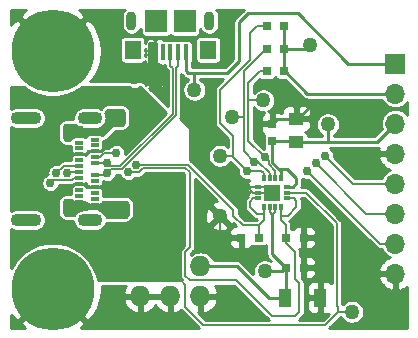
<source format=gtl>
G04 #@! TF.GenerationSoftware,KiCad,Pcbnew,(5.1.2)-1*
G04 #@! TF.CreationDate,2019-06-03T23:01:36-07:00*
G04 #@! TF.ProjectId,USB-PD-Breakout,5553422d-5044-42d4-9272-65616b6f7574,rev?*
G04 #@! TF.SameCoordinates,PX60e4b00PY60e4b00*
G04 #@! TF.FileFunction,Copper,L1,Top*
G04 #@! TF.FilePolarity,Positive*
%FSLAX46Y46*%
G04 Gerber Fmt 4.6, Leading zero omitted, Abs format (unit mm)*
G04 Created by KiCad (PCBNEW (5.1.2)-1) date 2019-06-03 23:01:36*
%MOMM*%
%LPD*%
G04 APERTURE LIST*
%ADD10O,2.600000X1.100000*%
%ADD11O,2.100000X1.100000*%
%ADD12R,0.700000X1.000000*%
%ADD13R,0.700000X0.300000*%
%ADD14O,0.900000X1.600000*%
%ADD15R,1.400000X1.600000*%
%ADD16R,1.900000X1.900000*%
%ADD17R,0.400000X1.350000*%
%ADD18R,1.727200X1.727200*%
%ADD19O,1.727200X1.727200*%
%ADD20R,1.000000X1.600000*%
%ADD21R,0.800000X0.750000*%
%ADD22R,1.250000X1.000000*%
%ADD23R,0.750000X0.800000*%
%ADD24R,0.580000X0.300000*%
%ADD25R,0.300000X0.580000*%
%ADD26R,1.450000X1.450000*%
%ADD27C,7.000000*%
%ADD28C,0.600000*%
%ADD29O,1.700000X1.700000*%
%ADD30R,1.700000X1.700000*%
%ADD31C,1.270000*%
%ADD32C,0.762000*%
%ADD33C,0.254000*%
%ADD34C,0.127000*%
G04 APERTURE END LIST*
D10*
X1770000Y9680000D03*
X1770000Y18320000D03*
D11*
X7130000Y9680000D03*
X7130000Y18320000D03*
D12*
X6240000Y17100000D03*
D13*
X6240000Y16250000D03*
X6240000Y15750000D03*
X6240000Y15250000D03*
X6240000Y14750000D03*
X6240000Y14250000D03*
X6240000Y13750000D03*
X6240000Y13250000D03*
X6240000Y12750000D03*
X6240000Y12250000D03*
X6240000Y11750000D03*
D12*
X6240000Y10900000D03*
D13*
X7540000Y11000000D03*
X7540000Y11500000D03*
X7540000Y12000000D03*
X7540000Y12500000D03*
X7540000Y13000000D03*
X7540000Y13500000D03*
X7540000Y14500000D03*
X7540000Y15000000D03*
X7540000Y15500000D03*
X7540000Y16000000D03*
X7540000Y16500000D03*
X7540000Y17000000D03*
D14*
X10670000Y26550000D03*
X17270000Y26550000D03*
D15*
X10770000Y24100000D03*
X17170000Y24100000D03*
D16*
X12770000Y26550000D03*
X15170000Y26550000D03*
D17*
X12670000Y23875000D03*
X13320000Y23875000D03*
X13970000Y23875000D03*
X14620000Y23875000D03*
X15270000Y23875000D03*
D18*
X11430000Y5795000D03*
D19*
X11430000Y3255000D03*
X13970000Y5795000D03*
X13970000Y3255000D03*
X16510000Y5795000D03*
X16510000Y3255000D03*
D20*
X23646000Y3128000D03*
X26646000Y3128000D03*
D21*
X23761000Y5668000D03*
X25261000Y5668000D03*
D22*
X24638000Y16272000D03*
X24638000Y18272000D03*
D23*
X22606000Y16348000D03*
X22606000Y17848000D03*
D21*
X23761000Y8208000D03*
X25261000Y8208000D03*
X21451000Y8208000D03*
X19951000Y8208000D03*
X23610000Y26115000D03*
X22110000Y26115000D03*
X23610000Y24210000D03*
X22110000Y24210000D03*
X23610000Y22305000D03*
X22110000Y22305000D03*
D24*
X23821000Y11518000D03*
X23821000Y12018000D03*
X23821000Y12518000D03*
D25*
X22856000Y13233000D03*
X22356000Y13233000D03*
X21856000Y13233000D03*
D24*
X21391000Y12518000D03*
X21391000Y12018000D03*
X21391000Y11518000D03*
D25*
X21856000Y10803000D03*
X22856000Y10803000D03*
X23356000Y10803000D03*
X22356000Y10803000D03*
X23356000Y13233000D03*
D26*
X22606000Y12018000D03*
D27*
X4000000Y3890000D03*
D28*
X6625000Y3890000D03*
X5856155Y2033845D03*
X4000000Y1265000D03*
X2143845Y2033845D03*
X1375000Y3890000D03*
X2143845Y5746155D03*
X4000000Y6515000D03*
X5856155Y5746155D03*
D27*
X4000000Y24000000D03*
D28*
X6625000Y24000000D03*
X5856155Y22143845D03*
X4000000Y21375000D03*
X2143845Y22143845D03*
X1375000Y24000000D03*
X2143845Y25856155D03*
X4000000Y26625000D03*
X5856155Y25856155D03*
D29*
X33020000Y5160000D03*
X33020000Y7700000D03*
X33020000Y10240000D03*
X33020000Y12780000D03*
X33020000Y15320000D03*
X33020000Y17860000D03*
X33020000Y20400000D03*
D30*
X33020000Y22940000D03*
D31*
X27305000Y17780000D03*
X25781000Y24511000D03*
X16002000Y20701000D03*
X29337000Y1905000D03*
X21971000Y5334000D03*
X21844000Y19812000D03*
X19177000Y18415000D03*
X18161000Y15113000D03*
X18161000Y10033000D03*
D32*
X10922000Y21543000D03*
X10922000Y22432000D03*
X11811000Y22432000D03*
X11811000Y21543000D03*
X12700000Y21543000D03*
X12700000Y22432000D03*
X9779000Y17987000D03*
X9779000Y18749000D03*
X9017000Y18749000D03*
X9017000Y17987000D03*
X8509000Y17479000D03*
X5207000Y17479000D03*
X5207000Y16717000D03*
X5207000Y10367000D03*
X5207000Y11129000D03*
X9398000Y10240000D03*
X10160000Y10240000D03*
X10160000Y11002000D03*
X9398000Y11002000D03*
X8636000Y11002000D03*
X26670000Y1524000D03*
X25273000Y6985000D03*
X25273000Y9525000D03*
X20320000Y12446000D03*
X18669000Y8255000D03*
X25908000Y19431000D03*
X21336000Y17907000D03*
X20447000Y13843000D03*
X25527000Y13843000D03*
X21082000Y14605000D03*
X26289000Y14478000D03*
X21971000Y14986000D03*
X27051000Y15113000D03*
X3810000Y12827000D03*
X10414000Y13716000D03*
X11049000Y14351000D03*
X9398000Y15367000D03*
X8634413Y14554825D03*
X5207000Y13669000D03*
X8636005Y13665815D03*
X4318000Y13669000D03*
D33*
X11811000Y22432000D02*
X10922000Y22432000D01*
X12700000Y21543000D02*
X11811000Y21543000D01*
X12670000Y23875000D02*
X12670000Y22462000D01*
X12670000Y22462000D02*
X12700000Y22432000D01*
X9779000Y18749000D02*
X9779000Y17987000D01*
X9017000Y17987000D02*
X9017000Y18749000D01*
X7510000Y17000000D02*
X8030000Y17000000D01*
X8030000Y17000000D02*
X8509000Y17479000D01*
X7510000Y17000000D02*
X6340000Y17000000D01*
X6340000Y17000000D02*
X6240000Y17100000D01*
X6240000Y17100000D02*
X5590000Y17100000D01*
X5590000Y17100000D02*
X5207000Y16717000D01*
X6240000Y10900000D02*
X5436000Y10900000D01*
X5436000Y10900000D02*
X5207000Y11129000D01*
X6240000Y10900000D02*
X5232000Y10900000D01*
X5232000Y10900000D02*
X5207000Y10875000D01*
X7510000Y11000000D02*
X6340000Y11000000D01*
X6340000Y11000000D02*
X6240000Y10900000D01*
X10160000Y10240000D02*
X9398000Y10240000D01*
X9398000Y11002000D02*
X10160000Y11002000D01*
X7510000Y11000000D02*
X8634000Y11000000D01*
X8634000Y11000000D02*
X8636000Y11002000D01*
X26646000Y3128000D02*
X26646000Y1548000D01*
X26646000Y1548000D02*
X26670000Y1524000D01*
X25261000Y5668000D02*
X25261000Y6973000D01*
X25261000Y6973000D02*
X25273000Y6985000D01*
X25261000Y8208000D02*
X25261000Y9513000D01*
X25261000Y9513000D02*
X25273000Y9525000D01*
D34*
X20974000Y12018000D02*
X20546000Y12446000D01*
X21391000Y12018000D02*
X20974000Y12018000D01*
X20902000Y12446000D02*
X20546000Y12446000D01*
X20974000Y12518000D02*
X20902000Y12446000D01*
X21391000Y12518000D02*
X20974000Y12518000D01*
X20546000Y12446000D02*
X20320000Y12446000D01*
D33*
X25261000Y6997000D02*
X25273000Y6985000D01*
X25261000Y8208000D02*
X25261000Y6997000D01*
D34*
X19951000Y8208000D02*
X18716000Y8208000D01*
X18716000Y8208000D02*
X18669000Y8255000D01*
D33*
X23030000Y18272000D02*
X22606000Y17848000D01*
X24638000Y18272000D02*
X23030000Y18272000D01*
X24638000Y18272000D02*
X24749000Y18272000D01*
X24749000Y18272000D02*
X25908000Y19431000D01*
X22606000Y17848000D02*
X21395000Y17848000D01*
X21395000Y17848000D02*
X21336000Y17907000D01*
D34*
X18669000Y8255000D02*
X18161000Y8763000D01*
X18161000Y8763000D02*
X18161000Y10033000D01*
X21391000Y12018000D02*
X22606000Y12018000D01*
X22106000Y12518000D02*
X22606000Y12018000D01*
X21391000Y12518000D02*
X22106000Y12518000D01*
X21856000Y13233000D02*
X21856000Y13650000D01*
X21856000Y13650000D02*
X21663000Y13843000D01*
X21663000Y13843000D02*
X20447000Y13843000D01*
X31670000Y7700000D02*
X25527000Y13843000D01*
X33020000Y7700000D02*
X31670000Y7700000D01*
X19304000Y14986000D02*
X20447000Y13843000D01*
X19304000Y15113000D02*
X18161000Y15113000D01*
X19304000Y15113000D02*
X19304000Y14986000D01*
X21289000Y26115000D02*
X22110000Y26115000D01*
X19304000Y16764000D02*
X18161000Y17907000D01*
X19304000Y15113000D02*
X19304000Y16764000D01*
X18161000Y17907000D02*
X18161000Y20701000D01*
X18161000Y20701000D02*
X20701000Y23241000D01*
X20701000Y23241000D02*
X20701000Y25527000D01*
X20701000Y25527000D02*
X21289000Y26115000D01*
X22085000Y24210000D02*
X22110000Y24210000D01*
X20193000Y22318000D02*
X22085000Y24210000D01*
X22356000Y13233000D02*
X22356000Y13650000D01*
X22356000Y13650000D02*
X21401000Y14605000D01*
X21401000Y14605000D02*
X21082000Y14605000D01*
X20193000Y15494000D02*
X20193000Y15875000D01*
X21082000Y14605000D02*
X20193000Y15494000D01*
X20193000Y15813000D02*
X20193000Y15875000D01*
X30527000Y10240000D02*
X33020000Y10240000D01*
X26289000Y14478000D02*
X30527000Y10240000D01*
X20075025Y18415000D02*
X20193000Y18415000D01*
X19177000Y18415000D02*
X20075025Y18415000D01*
X20193000Y15875000D02*
X20193000Y18415000D01*
X20193000Y18415000D02*
X20193000Y22318000D01*
X21583000Y22305000D02*
X22110000Y22305000D01*
X20574000Y21296000D02*
X21583000Y22305000D01*
X22856000Y13233000D02*
X22856000Y13650000D01*
X21999500Y14957500D02*
X21971000Y14986000D01*
X22288744Y14668254D02*
X21971000Y14986000D01*
X22288744Y14395589D02*
X22288744Y14668254D01*
X22856000Y13828333D02*
X22288744Y14395589D01*
X22856000Y13650000D02*
X22856000Y13828333D01*
X20574000Y16383000D02*
X20574000Y17399000D01*
X21971000Y14986000D02*
X20574000Y16383000D01*
X29384000Y12780000D02*
X33020000Y12780000D01*
X27051000Y15113000D02*
X29384000Y12780000D01*
X21844000Y19812000D02*
X20574000Y19812000D01*
X20574000Y17399000D02*
X20574000Y19812000D01*
X20574000Y19812000D02*
X20574000Y21296000D01*
X22356000Y10386000D02*
X22606000Y10136000D01*
X22356000Y10803000D02*
X22356000Y10386000D01*
X22856000Y10386000D02*
X22606000Y10136000D01*
X22856000Y10803000D02*
X22856000Y10386000D01*
D33*
X23736000Y5668000D02*
X23761000Y5668000D01*
X22606000Y6798000D02*
X23736000Y5668000D01*
X22606000Y10136000D02*
X22606000Y6798000D01*
X23761000Y3243000D02*
X23646000Y3128000D01*
X23761000Y5668000D02*
X23761000Y3243000D01*
X16510000Y5795000D02*
X19605000Y5795000D01*
X22272000Y3128000D02*
X23646000Y3128000D01*
X19605000Y5795000D02*
X22272000Y3128000D01*
X23427000Y5334000D02*
X23761000Y5668000D01*
X21971000Y5334000D02*
X23427000Y5334000D01*
X22606000Y14527000D02*
X22606000Y16348000D01*
X23356000Y13233000D02*
X23356000Y13777000D01*
X24562000Y16348000D02*
X24638000Y16272000D01*
X22606000Y16348000D02*
X24562000Y16348000D01*
X31432000Y16272000D02*
X33020000Y17860000D01*
X24365000Y12518000D02*
X24638000Y12791000D01*
X23821000Y12518000D02*
X24365000Y12518000D01*
X24638000Y12791000D02*
X24638000Y13208000D01*
X23851500Y13994500D02*
X23138500Y13994500D01*
X24638000Y13208000D02*
X23851500Y13994500D01*
X23356000Y13777000D02*
X23138500Y13994500D01*
X23138500Y13994500D02*
X22606000Y14527000D01*
X27305000Y16288000D02*
X27289000Y16272000D01*
X27305000Y17780000D02*
X27305000Y16288000D01*
X24638000Y16272000D02*
X27289000Y16272000D01*
X27289000Y16272000D02*
X31432000Y16272000D01*
D34*
X5763000Y13250000D02*
X5594000Y13081000D01*
X6240000Y13250000D02*
X5763000Y13250000D01*
X5594000Y13081000D02*
X4064000Y13081000D01*
X4064000Y13081000D02*
X3810000Y12827000D01*
X23761000Y9259000D02*
X23761000Y8208000D01*
X23356000Y9664000D02*
X23761000Y9259000D01*
X23356000Y10803000D02*
X23356000Y10045000D01*
X23356000Y10045000D02*
X23356000Y9664000D01*
X24423000Y11518000D02*
X23821000Y11518000D01*
X24638000Y11303000D02*
X24423000Y11518000D01*
X24638000Y10795000D02*
X24638000Y11303000D01*
X23356000Y10045000D02*
X23888000Y10045000D01*
X23888000Y10045000D02*
X24638000Y10795000D01*
X24511000Y1524000D02*
X24892000Y1905000D01*
X22606000Y1524000D02*
X24511000Y1524000D01*
X24892000Y1905000D02*
X24892000Y4318000D01*
X24892000Y4318000D02*
X24511000Y4699000D01*
X15621000Y4572000D02*
X19558000Y4572000D01*
X24511000Y4699000D02*
X24511000Y6956000D01*
X23761000Y7706000D02*
X23761000Y8208000D01*
X24511000Y6956000D02*
X23761000Y7706000D01*
X19558000Y4572000D02*
X22606000Y1524000D01*
X15240000Y4953000D02*
X15621000Y4572000D01*
X10414000Y13716000D02*
X11303000Y13716000D01*
X11303000Y13716000D02*
X11684000Y14097000D01*
X11684000Y14097000D02*
X15240000Y14097000D01*
X15240000Y14097000D02*
X15621000Y13716000D01*
X15621000Y7366000D02*
X15240000Y6985000D01*
X15621000Y13716000D02*
X15621000Y7366000D01*
X15240000Y6985000D02*
X15240000Y4953000D01*
X21451000Y9259000D02*
X21451000Y8208000D01*
X21856000Y9664000D02*
X21451000Y9259000D01*
X20974000Y11518000D02*
X20701000Y11245000D01*
X21391000Y11518000D02*
X20974000Y11518000D01*
X20701000Y11245000D02*
X20701000Y10795000D01*
X21324000Y10172000D02*
X21856000Y10172000D01*
X20701000Y10795000D02*
X21324000Y10172000D01*
X21856000Y10803000D02*
X21856000Y10172000D01*
X21856000Y10172000D02*
X21856000Y9664000D01*
X8384000Y15367000D02*
X9398000Y15367000D01*
X8017000Y15000000D02*
X8384000Y15367000D01*
X7540000Y15000000D02*
X8017000Y15000000D01*
X20078000Y9259000D02*
X21451000Y9259000D01*
X19304000Y10033000D02*
X20078000Y9259000D01*
X19304000Y10541000D02*
X19304000Y10033000D01*
X11049000Y14351000D02*
X15494000Y14351000D01*
X15494000Y14351000D02*
X19304000Y10541000D01*
D33*
X7510000Y12500000D02*
X8737000Y12500000D01*
X6240000Y12750000D02*
X6626000Y12750000D01*
X6626000Y12750000D02*
X6876000Y12500000D01*
X6876000Y12500000D02*
X7510000Y12500000D01*
X5558798Y12526000D02*
X5080000Y12526000D01*
X6240000Y12750000D02*
X5782798Y12750000D01*
X5782798Y12750000D02*
X5558798Y12526000D01*
X5566000Y15320000D02*
X4953000Y15320000D01*
X6240000Y15250000D02*
X5636000Y15250000D01*
X5636000Y15250000D02*
X5566000Y15320000D01*
X7151257Y15557257D02*
X8125588Y15557257D01*
X8125588Y15557257D02*
X8382000Y15813669D01*
X6844000Y15250000D02*
X7151257Y15557257D01*
X6240000Y15250000D02*
X6844000Y15250000D01*
X8382000Y15813669D02*
X8382000Y16082000D01*
D34*
X25447000Y12018000D02*
X23821000Y12018000D01*
X28067000Y9398000D02*
X25447000Y12018000D01*
X27051000Y762000D02*
X28067000Y1778000D01*
X14833599Y4931401D02*
X14833599Y4597401D01*
X13970000Y5795000D02*
X14833599Y4931401D01*
X14833599Y4597401D02*
X15240000Y4191000D01*
X15240000Y4191000D02*
X15240000Y2286000D01*
X15240000Y2286000D02*
X16764000Y762000D01*
X16764000Y762000D02*
X27051000Y762000D01*
X28194000Y1905000D02*
X29337000Y1905000D01*
X28067000Y1778000D02*
X28194000Y1905000D01*
X28194000Y2286000D02*
X28067000Y2413000D01*
X28194000Y1905000D02*
X28194000Y2286000D01*
X28067000Y2413000D02*
X28067000Y9398000D01*
D33*
X15270000Y23875000D02*
X15270000Y22322000D01*
X15270000Y22322000D02*
X15494000Y22098000D01*
X18796000Y22098000D02*
X19812000Y23114000D01*
X19812000Y23114000D02*
X19812000Y26416000D01*
X19812000Y26416000D02*
X20574000Y27178000D01*
X20574000Y27178000D02*
X24765000Y27178000D01*
X29003000Y22940000D02*
X33020000Y22940000D01*
X24765000Y27178000D02*
X29003000Y22940000D01*
X15494000Y22098000D02*
X16002000Y22098000D01*
X16002000Y20701000D02*
X16002000Y22098000D01*
X16002000Y22098000D02*
X18796000Y22098000D01*
X23610000Y26115000D02*
X23610000Y24210000D01*
X23610000Y24210000D02*
X23610000Y22305000D01*
X23635000Y22305000D02*
X23610000Y22305000D01*
X25540000Y20400000D02*
X23635000Y22305000D01*
X33020000Y20400000D02*
X25540000Y20400000D01*
X25480000Y24210000D02*
X25781000Y24511000D01*
X23610000Y24210000D02*
X25480000Y24210000D01*
D34*
X7510000Y14500000D02*
X8579588Y14500000D01*
X8579588Y14500000D02*
X8634413Y14554825D01*
X6240000Y13750000D02*
X5288000Y13750000D01*
X5288000Y13750000D02*
X5207000Y13669000D01*
X7510000Y14500000D02*
X8017000Y14500000D01*
X13970000Y22742500D02*
X13970000Y23755000D01*
X14168000Y22544500D02*
X13970000Y22742500D01*
X14168000Y18693000D02*
X14168000Y22544500D01*
X9711523Y14236523D02*
X14168000Y18693000D01*
X8634413Y14554825D02*
X8952715Y14236523D01*
X8952715Y14236523D02*
X9711523Y14236523D01*
X7510000Y13500000D02*
X8470190Y13500000D01*
X8470190Y13500000D02*
X8636005Y13665815D01*
X5709000Y14304000D02*
X4953000Y14304000D01*
X4953000Y14304000D02*
X4318000Y13669000D01*
X6240000Y14250000D02*
X5763000Y14250000D01*
X5763000Y14250000D02*
X5709000Y14304000D01*
X14620000Y22742500D02*
X14620000Y23755000D01*
X14422000Y22544500D02*
X14620000Y22742500D01*
X14422000Y18566000D02*
X14422000Y22544500D01*
X9838525Y13982525D02*
X14422000Y18566000D01*
X8636005Y13665815D02*
X8952715Y13982525D01*
X8952715Y13982525D02*
X9838525Y13982525D01*
D33*
G36*
X12766299Y24696508D02*
G01*
X12744513Y24624689D01*
X12737157Y24550000D01*
X12737157Y23200000D01*
X12744513Y23125311D01*
X12766299Y23053492D01*
X12801678Y22987304D01*
X12849289Y22929289D01*
X12907304Y22881678D01*
X12973492Y22846299D01*
X13045311Y22824513D01*
X13120000Y22817157D01*
X13208000Y22817157D01*
X13208000Y21162000D01*
X12192000Y21162000D01*
X12192000Y24718000D01*
X12777787Y24718000D01*
X12766299Y24696508D01*
X12766299Y24696508D01*
G37*
X12766299Y24696508D02*
X12744513Y24624689D01*
X12737157Y24550000D01*
X12737157Y23200000D01*
X12744513Y23125311D01*
X12766299Y23053492D01*
X12801678Y22987304D01*
X12849289Y22929289D01*
X12907304Y22881678D01*
X12973492Y22846299D01*
X13045311Y22824513D01*
X13120000Y22817157D01*
X13208000Y22817157D01*
X13208000Y21162000D01*
X12192000Y21162000D01*
X12192000Y24718000D01*
X12777787Y24718000D01*
X12766299Y24696508D01*
G36*
X5619289Y11329289D02*
G01*
X5677304Y11281678D01*
X5743492Y11246299D01*
X5815311Y11224513D01*
X5890000Y11217157D01*
X6590000Y11217157D01*
X6664689Y11224513D01*
X6699363Y11235031D01*
X6768197Y11166197D01*
X6787443Y11150403D01*
X6809399Y11138667D01*
X6833224Y11131440D01*
X6858000Y11129000D01*
X6878493Y11129000D01*
X6919289Y11079289D01*
X6977304Y11031678D01*
X7043492Y10996299D01*
X7115311Y10974513D01*
X7190000Y10967157D01*
X7890000Y10967157D01*
X7964689Y10974513D01*
X8036508Y10996299D01*
X8102696Y11031678D01*
X8160711Y11079289D01*
X8208322Y11137304D01*
X8230613Y11179007D01*
X8307606Y11256000D01*
X10234394Y11256000D01*
X10414000Y11076394D01*
X10414000Y10165606D01*
X10234394Y9986000D01*
X8561606Y9986000D01*
X8476712Y10070894D01*
X8407843Y10199738D01*
X8291501Y10341501D01*
X8149738Y10457843D01*
X8020894Y10526712D01*
X7836803Y10710803D01*
X7817557Y10726597D01*
X7795601Y10738333D01*
X7771776Y10745560D01*
X7747000Y10748000D01*
X6985000Y10748000D01*
X6960224Y10745560D01*
X6936399Y10738333D01*
X6914443Y10726597D01*
X6895197Y10710803D01*
X6795394Y10611000D01*
X6584269Y10611000D01*
X6447492Y10597529D01*
X6271998Y10544293D01*
X6110262Y10457843D01*
X5968499Y10341501D01*
X5852157Y10199738D01*
X5824627Y10148233D01*
X5789394Y10113000D01*
X5132606Y10113000D01*
X4953000Y10292606D01*
X4953000Y11203394D01*
X5132606Y11383000D01*
X5575210Y11383000D01*
X5619289Y11329289D01*
X5619289Y11329289D01*
G37*
X5619289Y11329289D02*
X5677304Y11281678D01*
X5743492Y11246299D01*
X5815311Y11224513D01*
X5890000Y11217157D01*
X6590000Y11217157D01*
X6664689Y11224513D01*
X6699363Y11235031D01*
X6768197Y11166197D01*
X6787443Y11150403D01*
X6809399Y11138667D01*
X6833224Y11131440D01*
X6858000Y11129000D01*
X6878493Y11129000D01*
X6919289Y11079289D01*
X6977304Y11031678D01*
X7043492Y10996299D01*
X7115311Y10974513D01*
X7190000Y10967157D01*
X7890000Y10967157D01*
X7964689Y10974513D01*
X8036508Y10996299D01*
X8102696Y11031678D01*
X8160711Y11079289D01*
X8208322Y11137304D01*
X8230613Y11179007D01*
X8307606Y11256000D01*
X10234394Y11256000D01*
X10414000Y11076394D01*
X10414000Y10165606D01*
X10234394Y9986000D01*
X8561606Y9986000D01*
X8476712Y10070894D01*
X8407843Y10199738D01*
X8291501Y10341501D01*
X8149738Y10457843D01*
X8020894Y10526712D01*
X7836803Y10710803D01*
X7817557Y10726597D01*
X7795601Y10738333D01*
X7771776Y10745560D01*
X7747000Y10748000D01*
X6985000Y10748000D01*
X6960224Y10745560D01*
X6936399Y10738333D01*
X6914443Y10726597D01*
X6895197Y10710803D01*
X6795394Y10611000D01*
X6584269Y10611000D01*
X6447492Y10597529D01*
X6271998Y10544293D01*
X6110262Y10457843D01*
X5968499Y10341501D01*
X5852157Y10199738D01*
X5824627Y10148233D01*
X5789394Y10113000D01*
X5132606Y10113000D01*
X4953000Y10292606D01*
X4953000Y11203394D01*
X5132606Y11383000D01*
X5575210Y11383000D01*
X5619289Y11329289D01*
G36*
X10033000Y18823394D02*
G01*
X10033000Y17912606D01*
X9853394Y17733000D01*
X9144000Y17733000D01*
X9119224Y17730560D01*
X9095399Y17723333D01*
X9073443Y17711597D01*
X9054197Y17695803D01*
X8212769Y16854375D01*
X8208322Y16862696D01*
X8160711Y16920711D01*
X8102696Y16968322D01*
X8036508Y17003701D01*
X7964689Y17025487D01*
X7890000Y17032843D01*
X7190000Y17032843D01*
X7115311Y17025487D01*
X7043492Y17003701D01*
X6977304Y16968322D01*
X6919289Y16920711D01*
X6871678Y16862696D01*
X6836299Y16796508D01*
X6815136Y16726742D01*
X6805394Y16717000D01*
X6804307Y16717000D01*
X6802696Y16718322D01*
X6736508Y16753701D01*
X6664689Y16775487D01*
X6590000Y16782843D01*
X5890000Y16782843D01*
X5815311Y16775487D01*
X5743492Y16753701D01*
X5677304Y16718322D01*
X5659271Y16703523D01*
X5644443Y16695597D01*
X5625197Y16679803D01*
X5408394Y16463000D01*
X5132606Y16463000D01*
X4953000Y16642606D01*
X4953000Y17553394D01*
X5132606Y17733000D01*
X5907358Y17733000D01*
X5968499Y17658499D01*
X6110262Y17542157D01*
X6271998Y17455707D01*
X6447492Y17402471D01*
X6584269Y17389000D01*
X7675731Y17389000D01*
X7812508Y17402471D01*
X7988002Y17455707D01*
X8149738Y17542157D01*
X8291501Y17658499D01*
X8407843Y17800262D01*
X8494293Y17961998D01*
X8547529Y18137492D01*
X8565504Y18320000D01*
X8547529Y18502508D01*
X8494293Y18678002D01*
X8448772Y18763166D01*
X8688606Y19003000D01*
X9853394Y19003000D01*
X10033000Y18823394D01*
X10033000Y18823394D01*
G37*
X10033000Y18823394D02*
X10033000Y17912606D01*
X9853394Y17733000D01*
X9144000Y17733000D01*
X9119224Y17730560D01*
X9095399Y17723333D01*
X9073443Y17711597D01*
X9054197Y17695803D01*
X8212769Y16854375D01*
X8208322Y16862696D01*
X8160711Y16920711D01*
X8102696Y16968322D01*
X8036508Y17003701D01*
X7964689Y17025487D01*
X7890000Y17032843D01*
X7190000Y17032843D01*
X7115311Y17025487D01*
X7043492Y17003701D01*
X6977304Y16968322D01*
X6919289Y16920711D01*
X6871678Y16862696D01*
X6836299Y16796508D01*
X6815136Y16726742D01*
X6805394Y16717000D01*
X6804307Y16717000D01*
X6802696Y16718322D01*
X6736508Y16753701D01*
X6664689Y16775487D01*
X6590000Y16782843D01*
X5890000Y16782843D01*
X5815311Y16775487D01*
X5743492Y16753701D01*
X5677304Y16718322D01*
X5659271Y16703523D01*
X5644443Y16695597D01*
X5625197Y16679803D01*
X5408394Y16463000D01*
X5132606Y16463000D01*
X4953000Y16642606D01*
X4953000Y17553394D01*
X5132606Y17733000D01*
X5907358Y17733000D01*
X5968499Y17658499D01*
X6110262Y17542157D01*
X6271998Y17455707D01*
X6447492Y17402471D01*
X6584269Y17389000D01*
X7675731Y17389000D01*
X7812508Y17402471D01*
X7988002Y17455707D01*
X8149738Y17542157D01*
X8291501Y17658499D01*
X8407843Y17800262D01*
X8494293Y17961998D01*
X8547529Y18137492D01*
X8565504Y18320000D01*
X8547529Y18502508D01*
X8494293Y18678002D01*
X8448772Y18763166D01*
X8688606Y19003000D01*
X9853394Y19003000D01*
X10033000Y18823394D01*
G36*
X10147316Y4029944D02*
G01*
X10020778Y3764814D01*
X9975042Y3614026D01*
X10096183Y3382000D01*
X11303000Y3382000D01*
X11303000Y3402000D01*
X11557000Y3402000D01*
X11557000Y3382000D01*
X13843000Y3382000D01*
X13843000Y3402000D01*
X14097000Y3402000D01*
X14097000Y3382000D01*
X14117000Y3382000D01*
X14117000Y3128000D01*
X14097000Y3128000D01*
X14097000Y1920536D01*
X14329027Y1800037D01*
X14605978Y1898036D01*
X14858488Y2048183D01*
X14861604Y2050988D01*
X14868624Y2037855D01*
X14910255Y1987128D01*
X14910259Y1987124D01*
X14924172Y1970171D01*
X14941125Y1956258D01*
X16389382Y508000D01*
X6378373Y508000D01*
X6734550Y975845D01*
X4000000Y3710395D01*
X1265450Y975845D01*
X1621627Y508000D01*
X508000Y508000D01*
X508000Y1644770D01*
X525285Y1611744D01*
X565450Y1551634D01*
X1085845Y1155450D01*
X3820395Y3890000D01*
X3806253Y3904142D01*
X3985858Y4083747D01*
X4000000Y4069605D01*
X4014143Y4083747D01*
X4193748Y3904142D01*
X4179605Y3890000D01*
X6914155Y1155450D01*
X7434550Y1551634D01*
X7824748Y2266612D01*
X8021658Y2895974D01*
X9975042Y2895974D01*
X10020778Y2745186D01*
X10147316Y2480056D01*
X10323146Y2244707D01*
X10541512Y2048183D01*
X10794022Y1898036D01*
X11070973Y1800037D01*
X11303000Y1920536D01*
X11303000Y3128000D01*
X11557000Y3128000D01*
X11557000Y1920536D01*
X11789027Y1800037D01*
X12065978Y1898036D01*
X12318488Y2048183D01*
X12536854Y2244707D01*
X12700000Y2463078D01*
X12863146Y2244707D01*
X13081512Y2048183D01*
X13334022Y1898036D01*
X13610973Y1800037D01*
X13843000Y1920536D01*
X13843000Y3128000D01*
X11557000Y3128000D01*
X11303000Y3128000D01*
X10096183Y3128000D01*
X9975042Y2895974D01*
X8021658Y2895974D01*
X8067964Y3043976D01*
X8154851Y3853853D01*
X8131478Y4114378D01*
X10216888Y4123067D01*
X10147316Y4029944D01*
X10147316Y4029944D01*
G37*
X10147316Y4029944D02*
X10020778Y3764814D01*
X9975042Y3614026D01*
X10096183Y3382000D01*
X11303000Y3382000D01*
X11303000Y3402000D01*
X11557000Y3402000D01*
X11557000Y3382000D01*
X13843000Y3382000D01*
X13843000Y3402000D01*
X14097000Y3402000D01*
X14097000Y3382000D01*
X14117000Y3382000D01*
X14117000Y3128000D01*
X14097000Y3128000D01*
X14097000Y1920536D01*
X14329027Y1800037D01*
X14605978Y1898036D01*
X14858488Y2048183D01*
X14861604Y2050988D01*
X14868624Y2037855D01*
X14910255Y1987128D01*
X14910259Y1987124D01*
X14924172Y1970171D01*
X14941125Y1956258D01*
X16389382Y508000D01*
X6378373Y508000D01*
X6734550Y975845D01*
X4000000Y3710395D01*
X1265450Y975845D01*
X1621627Y508000D01*
X508000Y508000D01*
X508000Y1644770D01*
X525285Y1611744D01*
X565450Y1551634D01*
X1085845Y1155450D01*
X3820395Y3890000D01*
X3806253Y3904142D01*
X3985858Y4083747D01*
X4000000Y4069605D01*
X4014143Y4083747D01*
X4193748Y3904142D01*
X4179605Y3890000D01*
X6914155Y1155450D01*
X7434550Y1551634D01*
X7824748Y2266612D01*
X8021658Y2895974D01*
X9975042Y2895974D01*
X10020778Y2745186D01*
X10147316Y2480056D01*
X10323146Y2244707D01*
X10541512Y2048183D01*
X10794022Y1898036D01*
X11070973Y1800037D01*
X11303000Y1920536D01*
X11303000Y3128000D01*
X11557000Y3128000D01*
X11557000Y1920536D01*
X11789027Y1800037D01*
X12065978Y1898036D01*
X12318488Y2048183D01*
X12536854Y2244707D01*
X12700000Y2463078D01*
X12863146Y2244707D01*
X13081512Y2048183D01*
X13334022Y1898036D01*
X13610973Y1800037D01*
X13843000Y1920536D01*
X13843000Y3128000D01*
X11557000Y3128000D01*
X11303000Y3128000D01*
X10096183Y3128000D01*
X9975042Y2895974D01*
X8021658Y2895974D01*
X8067964Y3043976D01*
X8154851Y3853853D01*
X8131478Y4114378D01*
X10216888Y4123067D01*
X10147316Y4029944D01*
G36*
X25166058Y13167724D02*
G01*
X25304733Y13110283D01*
X25451950Y13081000D01*
X25602050Y13081000D01*
X25650705Y13090678D01*
X31340258Y7401124D01*
X31354171Y7384171D01*
X31371124Y7370258D01*
X31371127Y7370255D01*
X31421854Y7328624D01*
X31459584Y7308457D01*
X31499074Y7287349D01*
X31582863Y7261932D01*
X31648170Y7255500D01*
X31648180Y7255500D01*
X31670000Y7253351D01*
X31691820Y7255500D01*
X31868447Y7255500D01*
X31877202Y7226637D01*
X31991509Y7012784D01*
X32145340Y6825340D01*
X32332784Y6671509D01*
X32543305Y6558983D01*
X32388748Y6504157D01*
X32138645Y6355178D01*
X31922412Y6160269D01*
X31748359Y5926920D01*
X31623175Y5664099D01*
X31578524Y5516890D01*
X31699845Y5287000D01*
X32893000Y5287000D01*
X32893000Y5307000D01*
X33147000Y5307000D01*
X33147000Y5287000D01*
X33167000Y5287000D01*
X33167000Y5033000D01*
X33147000Y5033000D01*
X33147000Y3839186D01*
X33376891Y3718519D01*
X33651252Y3815843D01*
X33901355Y3964822D01*
X33992001Y4046529D01*
X33992001Y508000D01*
X27425617Y508000D01*
X28378118Y1460500D01*
X28421407Y1460500D01*
X28436632Y1423744D01*
X28547821Y1257338D01*
X28689338Y1115821D01*
X28855744Y1004632D01*
X29040644Y928044D01*
X29236933Y889000D01*
X29437067Y889000D01*
X29633356Y928044D01*
X29818256Y1004632D01*
X29984662Y1115821D01*
X30126179Y1257338D01*
X30237368Y1423744D01*
X30313956Y1608644D01*
X30353000Y1804933D01*
X30353000Y2005067D01*
X30313956Y2201356D01*
X30237368Y2386256D01*
X30126179Y2552662D01*
X29984662Y2694179D01*
X29818256Y2805368D01*
X29633356Y2881956D01*
X29437067Y2921000D01*
X29236933Y2921000D01*
X29040644Y2881956D01*
X28855744Y2805368D01*
X28689338Y2694179D01*
X28549116Y2553957D01*
X28511500Y2599793D01*
X28511500Y4803110D01*
X31578524Y4803110D01*
X31623175Y4655901D01*
X31748359Y4393080D01*
X31922412Y4159731D01*
X32138645Y3964822D01*
X32388748Y3815843D01*
X32663109Y3718519D01*
X32893000Y3839186D01*
X32893000Y5033000D01*
X31699845Y5033000D01*
X31578524Y4803110D01*
X28511500Y4803110D01*
X28511500Y9376180D01*
X28513649Y9398000D01*
X28511500Y9419820D01*
X28511500Y9419830D01*
X28505068Y9485137D01*
X28479651Y9568926D01*
X28465750Y9594932D01*
X28438376Y9646146D01*
X28396745Y9696873D01*
X28396742Y9696876D01*
X28382829Y9713829D01*
X28365876Y9727742D01*
X25776747Y12316870D01*
X25762829Y12333829D01*
X25695145Y12389376D01*
X25617926Y12430651D01*
X25534137Y12456068D01*
X25468830Y12462500D01*
X25468820Y12462500D01*
X25447000Y12464649D01*
X25425180Y12462500D01*
X25025577Y12462500D01*
X25062429Y12507405D01*
X25109601Y12595657D01*
X25138649Y12691415D01*
X25146000Y12766053D01*
X25146000Y12766055D01*
X25148457Y12790999D01*
X25146000Y12815943D01*
X25146000Y13181126D01*
X25166058Y13167724D01*
X25166058Y13167724D01*
G37*
X25166058Y13167724D02*
X25304733Y13110283D01*
X25451950Y13081000D01*
X25602050Y13081000D01*
X25650705Y13090678D01*
X31340258Y7401124D01*
X31354171Y7384171D01*
X31371124Y7370258D01*
X31371127Y7370255D01*
X31421854Y7328624D01*
X31459584Y7308457D01*
X31499074Y7287349D01*
X31582863Y7261932D01*
X31648170Y7255500D01*
X31648180Y7255500D01*
X31670000Y7253351D01*
X31691820Y7255500D01*
X31868447Y7255500D01*
X31877202Y7226637D01*
X31991509Y7012784D01*
X32145340Y6825340D01*
X32332784Y6671509D01*
X32543305Y6558983D01*
X32388748Y6504157D01*
X32138645Y6355178D01*
X31922412Y6160269D01*
X31748359Y5926920D01*
X31623175Y5664099D01*
X31578524Y5516890D01*
X31699845Y5287000D01*
X32893000Y5287000D01*
X32893000Y5307000D01*
X33147000Y5307000D01*
X33147000Y5287000D01*
X33167000Y5287000D01*
X33167000Y5033000D01*
X33147000Y5033000D01*
X33147000Y3839186D01*
X33376891Y3718519D01*
X33651252Y3815843D01*
X33901355Y3964822D01*
X33992001Y4046529D01*
X33992001Y508000D01*
X27425617Y508000D01*
X28378118Y1460500D01*
X28421407Y1460500D01*
X28436632Y1423744D01*
X28547821Y1257338D01*
X28689338Y1115821D01*
X28855744Y1004632D01*
X29040644Y928044D01*
X29236933Y889000D01*
X29437067Y889000D01*
X29633356Y928044D01*
X29818256Y1004632D01*
X29984662Y1115821D01*
X30126179Y1257338D01*
X30237368Y1423744D01*
X30313956Y1608644D01*
X30353000Y1804933D01*
X30353000Y2005067D01*
X30313956Y2201356D01*
X30237368Y2386256D01*
X30126179Y2552662D01*
X29984662Y2694179D01*
X29818256Y2805368D01*
X29633356Y2881956D01*
X29437067Y2921000D01*
X29236933Y2921000D01*
X29040644Y2881956D01*
X28855744Y2805368D01*
X28689338Y2694179D01*
X28549116Y2553957D01*
X28511500Y2599793D01*
X28511500Y4803110D01*
X31578524Y4803110D01*
X31623175Y4655901D01*
X31748359Y4393080D01*
X31922412Y4159731D01*
X32138645Y3964822D01*
X32388748Y3815843D01*
X32663109Y3718519D01*
X32893000Y3839186D01*
X32893000Y5033000D01*
X31699845Y5033000D01*
X31578524Y4803110D01*
X28511500Y4803110D01*
X28511500Y9376180D01*
X28513649Y9398000D01*
X28511500Y9419820D01*
X28511500Y9419830D01*
X28505068Y9485137D01*
X28479651Y9568926D01*
X28465750Y9594932D01*
X28438376Y9646146D01*
X28396745Y9696873D01*
X28396742Y9696876D01*
X28382829Y9713829D01*
X28365876Y9727742D01*
X25776747Y12316870D01*
X25762829Y12333829D01*
X25695145Y12389376D01*
X25617926Y12430651D01*
X25534137Y12456068D01*
X25468830Y12462500D01*
X25468820Y12462500D01*
X25447000Y12464649D01*
X25425180Y12462500D01*
X25025577Y12462500D01*
X25062429Y12507405D01*
X25109601Y12595657D01*
X25138649Y12691415D01*
X25146000Y12766053D01*
X25146000Y12766055D01*
X25148457Y12790999D01*
X25146000Y12815943D01*
X25146000Y13181126D01*
X25166058Y13167724D01*
G36*
X22276258Y1225124D02*
G01*
X22290171Y1208171D01*
X22292207Y1206500D01*
X16948118Y1206500D01*
X16284984Y1869633D01*
X16383000Y1920536D01*
X16383000Y3128000D01*
X16637000Y3128000D01*
X16637000Y1920536D01*
X16869027Y1800037D01*
X17145978Y1898036D01*
X17398488Y2048183D01*
X17616854Y2244707D01*
X17792684Y2480056D01*
X17919222Y2745186D01*
X17964958Y2895974D01*
X17843817Y3128000D01*
X16637000Y3128000D01*
X16383000Y3128000D01*
X16363000Y3128000D01*
X16363000Y3382000D01*
X16383000Y3382000D01*
X16383000Y3402000D01*
X16637000Y3402000D01*
X16637000Y3382000D01*
X17843817Y3382000D01*
X17964958Y3614026D01*
X17919222Y3764814D01*
X17792684Y4029944D01*
X17719800Y4127500D01*
X19373883Y4127500D01*
X22276258Y1225124D01*
X22276258Y1225124D01*
G37*
X22276258Y1225124D02*
X22290171Y1208171D01*
X22292207Y1206500D01*
X16948118Y1206500D01*
X16284984Y1869633D01*
X16383000Y1920536D01*
X16383000Y3128000D01*
X16637000Y3128000D01*
X16637000Y1920536D01*
X16869027Y1800037D01*
X17145978Y1898036D01*
X17398488Y2048183D01*
X17616854Y2244707D01*
X17792684Y2480056D01*
X17919222Y2745186D01*
X17964958Y2895974D01*
X17843817Y3128000D01*
X16637000Y3128000D01*
X16383000Y3128000D01*
X16363000Y3128000D01*
X16363000Y3382000D01*
X16383000Y3382000D01*
X16383000Y3402000D01*
X16637000Y3402000D01*
X16637000Y3382000D01*
X17843817Y3382000D01*
X17964958Y3614026D01*
X17919222Y3764814D01*
X17792684Y4029944D01*
X17719800Y4127500D01*
X19373883Y4127500D01*
X22276258Y1225124D01*
G36*
X27622501Y9213881D02*
G01*
X27622500Y4348338D01*
X27597185Y4379185D01*
X27500494Y4458537D01*
X27390180Y4517502D01*
X27270482Y4553812D01*
X27146000Y4566072D01*
X26931750Y4563000D01*
X26773000Y4404250D01*
X26773000Y3255000D01*
X26793000Y3255000D01*
X26793000Y3001000D01*
X26773000Y3001000D01*
X26773000Y1851750D01*
X26931750Y1693000D01*
X27146000Y1689928D01*
X27270482Y1702188D01*
X27390180Y1738498D01*
X27408871Y1748489D01*
X26866883Y1206500D01*
X24824793Y1206500D01*
X24826829Y1208171D01*
X24840746Y1225129D01*
X25190877Y1575259D01*
X25207829Y1589171D01*
X25221746Y1606128D01*
X25263375Y1656854D01*
X25263376Y1656855D01*
X25304651Y1734074D01*
X25330068Y1817863D01*
X25336500Y1883170D01*
X25336500Y1883179D01*
X25338649Y1904999D01*
X25336500Y1926819D01*
X25336500Y2328000D01*
X25507928Y2328000D01*
X25520188Y2203518D01*
X25556498Y2083820D01*
X25615463Y1973506D01*
X25694815Y1876815D01*
X25791506Y1797463D01*
X25901820Y1738498D01*
X26021518Y1702188D01*
X26146000Y1689928D01*
X26360250Y1693000D01*
X26519000Y1851750D01*
X26519000Y3001000D01*
X25669750Y3001000D01*
X25511000Y2842250D01*
X25507928Y2328000D01*
X25336500Y2328000D01*
X25336500Y3928000D01*
X25507928Y3928000D01*
X25511000Y3413750D01*
X25669750Y3255000D01*
X26519000Y3255000D01*
X26519000Y4404250D01*
X26360250Y4563000D01*
X26146000Y4566072D01*
X26021518Y4553812D01*
X25901820Y4517502D01*
X25791506Y4458537D01*
X25694815Y4379185D01*
X25615463Y4282494D01*
X25556498Y4172180D01*
X25520188Y4052482D01*
X25507928Y3928000D01*
X25336500Y3928000D01*
X25336500Y4296181D01*
X25338649Y4318001D01*
X25336500Y4339821D01*
X25336500Y4339830D01*
X25330068Y4405137D01*
X25304651Y4488926D01*
X25263376Y4566145D01*
X25225856Y4611863D01*
X25221744Y4616874D01*
X25221742Y4616876D01*
X25207829Y4633829D01*
X25190876Y4647742D01*
X25077934Y4760684D01*
X25134000Y4816750D01*
X25134000Y5541000D01*
X25388000Y5541000D01*
X25388000Y4816750D01*
X25546750Y4658000D01*
X25661000Y4654928D01*
X25785482Y4667188D01*
X25905180Y4703498D01*
X26015494Y4762463D01*
X26112185Y4841815D01*
X26191537Y4938506D01*
X26250502Y5048820D01*
X26286812Y5168518D01*
X26299072Y5293000D01*
X26296000Y5382250D01*
X26137250Y5541000D01*
X25388000Y5541000D01*
X25134000Y5541000D01*
X25114000Y5541000D01*
X25114000Y5795000D01*
X25134000Y5795000D01*
X25134000Y6519250D01*
X25388000Y6519250D01*
X25388000Y5795000D01*
X26137250Y5795000D01*
X26296000Y5953750D01*
X26299072Y6043000D01*
X26286812Y6167482D01*
X26250502Y6287180D01*
X26191537Y6397494D01*
X26112185Y6494185D01*
X26015494Y6573537D01*
X25905180Y6632502D01*
X25785482Y6668812D01*
X25661000Y6681072D01*
X25546750Y6678000D01*
X25388000Y6519250D01*
X25134000Y6519250D01*
X24975250Y6678000D01*
X24955500Y6678531D01*
X24955500Y6934181D01*
X24957649Y6956001D01*
X24955500Y6977821D01*
X24955500Y6977830D01*
X24949068Y7043137D01*
X24923651Y7126926D01*
X24886930Y7195625D01*
X24975250Y7198000D01*
X25134000Y7356750D01*
X25134000Y8081000D01*
X25388000Y8081000D01*
X25388000Y7356750D01*
X25546750Y7198000D01*
X25661000Y7194928D01*
X25785482Y7207188D01*
X25905180Y7243498D01*
X26015494Y7302463D01*
X26112185Y7381815D01*
X26191537Y7478506D01*
X26250502Y7588820D01*
X26286812Y7708518D01*
X26299072Y7833000D01*
X26296000Y7922250D01*
X26137250Y8081000D01*
X25388000Y8081000D01*
X25134000Y8081000D01*
X25114000Y8081000D01*
X25114000Y8335000D01*
X25134000Y8335000D01*
X25134000Y9059250D01*
X25388000Y9059250D01*
X25388000Y8335000D01*
X26137250Y8335000D01*
X26296000Y8493750D01*
X26299072Y8583000D01*
X26286812Y8707482D01*
X26250502Y8827180D01*
X26191537Y8937494D01*
X26112185Y9034185D01*
X26015494Y9113537D01*
X25905180Y9172502D01*
X25785482Y9208812D01*
X25661000Y9221072D01*
X25546750Y9218000D01*
X25388000Y9059250D01*
X25134000Y9059250D01*
X24975250Y9218000D01*
X24861000Y9221072D01*
X24736518Y9208812D01*
X24616820Y9172502D01*
X24506506Y9113537D01*
X24409815Y9034185D01*
X24330463Y8937494D01*
X24325032Y8927334D01*
X24307508Y8936701D01*
X24235689Y8958487D01*
X24205500Y8961460D01*
X24205500Y9237181D01*
X24207649Y9259001D01*
X24205500Y9280821D01*
X24205500Y9280830D01*
X24199068Y9346137D01*
X24173651Y9429926D01*
X24132376Y9507145D01*
X24132375Y9507147D01*
X24090744Y9557874D01*
X24090742Y9557876D01*
X24076829Y9574829D01*
X24059877Y9588741D01*
X24026197Y9622421D01*
X24058926Y9632349D01*
X24136145Y9673624D01*
X24203829Y9729171D01*
X24217747Y9746130D01*
X24936872Y10465255D01*
X24953829Y10479171D01*
X25009376Y10546855D01*
X25050651Y10624074D01*
X25076068Y10707863D01*
X25082500Y10773170D01*
X25082500Y10773179D01*
X25084649Y10794999D01*
X25082500Y10816819D01*
X25082500Y11281180D01*
X25084649Y11303000D01*
X25082500Y11324820D01*
X25082500Y11324830D01*
X25076068Y11390137D01*
X25050651Y11473926D01*
X25009376Y11551145D01*
X24991030Y11573500D01*
X25262883Y11573500D01*
X27622501Y9213881D01*
X27622501Y9213881D01*
G37*
X27622501Y9213881D02*
X27622500Y4348338D01*
X27597185Y4379185D01*
X27500494Y4458537D01*
X27390180Y4517502D01*
X27270482Y4553812D01*
X27146000Y4566072D01*
X26931750Y4563000D01*
X26773000Y4404250D01*
X26773000Y3255000D01*
X26793000Y3255000D01*
X26793000Y3001000D01*
X26773000Y3001000D01*
X26773000Y1851750D01*
X26931750Y1693000D01*
X27146000Y1689928D01*
X27270482Y1702188D01*
X27390180Y1738498D01*
X27408871Y1748489D01*
X26866883Y1206500D01*
X24824793Y1206500D01*
X24826829Y1208171D01*
X24840746Y1225129D01*
X25190877Y1575259D01*
X25207829Y1589171D01*
X25221746Y1606128D01*
X25263375Y1656854D01*
X25263376Y1656855D01*
X25304651Y1734074D01*
X25330068Y1817863D01*
X25336500Y1883170D01*
X25336500Y1883179D01*
X25338649Y1904999D01*
X25336500Y1926819D01*
X25336500Y2328000D01*
X25507928Y2328000D01*
X25520188Y2203518D01*
X25556498Y2083820D01*
X25615463Y1973506D01*
X25694815Y1876815D01*
X25791506Y1797463D01*
X25901820Y1738498D01*
X26021518Y1702188D01*
X26146000Y1689928D01*
X26360250Y1693000D01*
X26519000Y1851750D01*
X26519000Y3001000D01*
X25669750Y3001000D01*
X25511000Y2842250D01*
X25507928Y2328000D01*
X25336500Y2328000D01*
X25336500Y3928000D01*
X25507928Y3928000D01*
X25511000Y3413750D01*
X25669750Y3255000D01*
X26519000Y3255000D01*
X26519000Y4404250D01*
X26360250Y4563000D01*
X26146000Y4566072D01*
X26021518Y4553812D01*
X25901820Y4517502D01*
X25791506Y4458537D01*
X25694815Y4379185D01*
X25615463Y4282494D01*
X25556498Y4172180D01*
X25520188Y4052482D01*
X25507928Y3928000D01*
X25336500Y3928000D01*
X25336500Y4296181D01*
X25338649Y4318001D01*
X25336500Y4339821D01*
X25336500Y4339830D01*
X25330068Y4405137D01*
X25304651Y4488926D01*
X25263376Y4566145D01*
X25225856Y4611863D01*
X25221744Y4616874D01*
X25221742Y4616876D01*
X25207829Y4633829D01*
X25190876Y4647742D01*
X25077934Y4760684D01*
X25134000Y4816750D01*
X25134000Y5541000D01*
X25388000Y5541000D01*
X25388000Y4816750D01*
X25546750Y4658000D01*
X25661000Y4654928D01*
X25785482Y4667188D01*
X25905180Y4703498D01*
X26015494Y4762463D01*
X26112185Y4841815D01*
X26191537Y4938506D01*
X26250502Y5048820D01*
X26286812Y5168518D01*
X26299072Y5293000D01*
X26296000Y5382250D01*
X26137250Y5541000D01*
X25388000Y5541000D01*
X25134000Y5541000D01*
X25114000Y5541000D01*
X25114000Y5795000D01*
X25134000Y5795000D01*
X25134000Y6519250D01*
X25388000Y6519250D01*
X25388000Y5795000D01*
X26137250Y5795000D01*
X26296000Y5953750D01*
X26299072Y6043000D01*
X26286812Y6167482D01*
X26250502Y6287180D01*
X26191537Y6397494D01*
X26112185Y6494185D01*
X26015494Y6573537D01*
X25905180Y6632502D01*
X25785482Y6668812D01*
X25661000Y6681072D01*
X25546750Y6678000D01*
X25388000Y6519250D01*
X25134000Y6519250D01*
X24975250Y6678000D01*
X24955500Y6678531D01*
X24955500Y6934181D01*
X24957649Y6956001D01*
X24955500Y6977821D01*
X24955500Y6977830D01*
X24949068Y7043137D01*
X24923651Y7126926D01*
X24886930Y7195625D01*
X24975250Y7198000D01*
X25134000Y7356750D01*
X25134000Y8081000D01*
X25388000Y8081000D01*
X25388000Y7356750D01*
X25546750Y7198000D01*
X25661000Y7194928D01*
X25785482Y7207188D01*
X25905180Y7243498D01*
X26015494Y7302463D01*
X26112185Y7381815D01*
X26191537Y7478506D01*
X26250502Y7588820D01*
X26286812Y7708518D01*
X26299072Y7833000D01*
X26296000Y7922250D01*
X26137250Y8081000D01*
X25388000Y8081000D01*
X25134000Y8081000D01*
X25114000Y8081000D01*
X25114000Y8335000D01*
X25134000Y8335000D01*
X25134000Y9059250D01*
X25388000Y9059250D01*
X25388000Y8335000D01*
X26137250Y8335000D01*
X26296000Y8493750D01*
X26299072Y8583000D01*
X26286812Y8707482D01*
X26250502Y8827180D01*
X26191537Y8937494D01*
X26112185Y9034185D01*
X26015494Y9113537D01*
X25905180Y9172502D01*
X25785482Y9208812D01*
X25661000Y9221072D01*
X25546750Y9218000D01*
X25388000Y9059250D01*
X25134000Y9059250D01*
X24975250Y9218000D01*
X24861000Y9221072D01*
X24736518Y9208812D01*
X24616820Y9172502D01*
X24506506Y9113537D01*
X24409815Y9034185D01*
X24330463Y8937494D01*
X24325032Y8927334D01*
X24307508Y8936701D01*
X24235689Y8958487D01*
X24205500Y8961460D01*
X24205500Y9237181D01*
X24207649Y9259001D01*
X24205500Y9280821D01*
X24205500Y9280830D01*
X24199068Y9346137D01*
X24173651Y9429926D01*
X24132376Y9507145D01*
X24132375Y9507147D01*
X24090744Y9557874D01*
X24090742Y9557876D01*
X24076829Y9574829D01*
X24059877Y9588741D01*
X24026197Y9622421D01*
X24058926Y9632349D01*
X24136145Y9673624D01*
X24203829Y9729171D01*
X24217747Y9746130D01*
X24936872Y10465255D01*
X24953829Y10479171D01*
X25009376Y10546855D01*
X25050651Y10624074D01*
X25076068Y10707863D01*
X25082500Y10773170D01*
X25082500Y10773179D01*
X25084649Y10794999D01*
X25082500Y10816819D01*
X25082500Y11281180D01*
X25084649Y11303000D01*
X25082500Y11324820D01*
X25082500Y11324830D01*
X25076068Y11390137D01*
X25050651Y11473926D01*
X25009376Y11551145D01*
X24991030Y11573500D01*
X25262883Y11573500D01*
X27622501Y9213881D01*
G36*
X17933609Y11282773D02*
G01*
X17836922Y11267310D01*
X17602347Y11180369D01*
X17517369Y11134946D01*
X17465805Y10907800D01*
X18161000Y10212605D01*
X18175143Y10226747D01*
X18354748Y10047142D01*
X18340605Y10033000D01*
X19035800Y9337805D01*
X19262946Y9389369D01*
X19280590Y9427793D01*
X19493021Y9215362D01*
X19426518Y9208812D01*
X19306820Y9172502D01*
X19196506Y9113537D01*
X19099815Y9034185D01*
X19020463Y8937494D01*
X18961498Y8827180D01*
X18925188Y8707482D01*
X18912928Y8583000D01*
X18916000Y8493750D01*
X19074750Y8335000D01*
X19824000Y8335000D01*
X19824000Y8355000D01*
X20078000Y8355000D01*
X20078000Y8335000D01*
X20098000Y8335000D01*
X20098000Y8081000D01*
X20078000Y8081000D01*
X20078000Y7356750D01*
X20236750Y7198000D01*
X20351000Y7194928D01*
X20475482Y7207188D01*
X20595180Y7243498D01*
X20705494Y7302463D01*
X20802185Y7381815D01*
X20881537Y7478506D01*
X20886968Y7488666D01*
X20904492Y7479299D01*
X20976311Y7457513D01*
X21051000Y7450157D01*
X21851000Y7450157D01*
X21925689Y7457513D01*
X21997508Y7479299D01*
X22063696Y7514678D01*
X22098001Y7542831D01*
X22098001Y6822954D01*
X22095543Y6798000D01*
X22105352Y6698416D01*
X22134400Y6602657D01*
X22181571Y6514405D01*
X22209139Y6480814D01*
X22245053Y6437052D01*
X22264430Y6421150D01*
X22450473Y6235106D01*
X22267356Y6310956D01*
X22071067Y6350000D01*
X21870933Y6350000D01*
X21674644Y6310956D01*
X21489744Y6234368D01*
X21323338Y6123179D01*
X21181821Y5981662D01*
X21070632Y5815256D01*
X20994044Y5630356D01*
X20955000Y5434067D01*
X20955000Y5233933D01*
X20972508Y5145912D01*
X19981855Y6136565D01*
X19965948Y6155948D01*
X19888595Y6219429D01*
X19800343Y6266601D01*
X19704585Y6295649D01*
X19629947Y6303000D01*
X19629944Y6303000D01*
X19605000Y6305457D01*
X19580056Y6303000D01*
X17649705Y6303000D01*
X17549854Y6489808D01*
X17394323Y6679323D01*
X17204808Y6834854D01*
X16988592Y6950424D01*
X16753984Y7021592D01*
X16571143Y7039600D01*
X16448857Y7039600D01*
X16266016Y7021592D01*
X16031408Y6950424D01*
X15815192Y6834854D01*
X15684500Y6727598D01*
X15684500Y6800883D01*
X15919876Y7036258D01*
X15936829Y7050171D01*
X15954856Y7072136D01*
X15992375Y7117854D01*
X15992376Y7117855D01*
X16033651Y7195074D01*
X16059068Y7278863D01*
X16065500Y7344170D01*
X16065500Y7344179D01*
X16067649Y7365999D01*
X16065500Y7387819D01*
X16065500Y7833000D01*
X18912928Y7833000D01*
X18925188Y7708518D01*
X18961498Y7588820D01*
X19020463Y7478506D01*
X19099815Y7381815D01*
X19196506Y7302463D01*
X19306820Y7243498D01*
X19426518Y7207188D01*
X19551000Y7194928D01*
X19665250Y7198000D01*
X19824000Y7356750D01*
X19824000Y8081000D01*
X19074750Y8081000D01*
X18916000Y7922250D01*
X18912928Y7833000D01*
X16065500Y7833000D01*
X16065500Y9158200D01*
X17465805Y9158200D01*
X17517369Y8931054D01*
X17744716Y8826661D01*
X17988059Y8768627D01*
X18238049Y8759182D01*
X18485078Y8798690D01*
X18719653Y8885631D01*
X18804631Y8931054D01*
X18856195Y9158200D01*
X18161000Y9853395D01*
X17465805Y9158200D01*
X16065500Y9158200D01*
X16065500Y9955951D01*
X16887182Y9955951D01*
X16926690Y9708922D01*
X17013631Y9474347D01*
X17059054Y9389369D01*
X17286200Y9337805D01*
X17981395Y10033000D01*
X17286200Y10728195D01*
X17059054Y10676631D01*
X16954661Y10449284D01*
X16896627Y10205941D01*
X16887182Y9955951D01*
X16065500Y9955951D01*
X16065500Y13150883D01*
X17933609Y11282773D01*
X17933609Y11282773D01*
G37*
X17933609Y11282773D02*
X17836922Y11267310D01*
X17602347Y11180369D01*
X17517369Y11134946D01*
X17465805Y10907800D01*
X18161000Y10212605D01*
X18175143Y10226747D01*
X18354748Y10047142D01*
X18340605Y10033000D01*
X19035800Y9337805D01*
X19262946Y9389369D01*
X19280590Y9427793D01*
X19493021Y9215362D01*
X19426518Y9208812D01*
X19306820Y9172502D01*
X19196506Y9113537D01*
X19099815Y9034185D01*
X19020463Y8937494D01*
X18961498Y8827180D01*
X18925188Y8707482D01*
X18912928Y8583000D01*
X18916000Y8493750D01*
X19074750Y8335000D01*
X19824000Y8335000D01*
X19824000Y8355000D01*
X20078000Y8355000D01*
X20078000Y8335000D01*
X20098000Y8335000D01*
X20098000Y8081000D01*
X20078000Y8081000D01*
X20078000Y7356750D01*
X20236750Y7198000D01*
X20351000Y7194928D01*
X20475482Y7207188D01*
X20595180Y7243498D01*
X20705494Y7302463D01*
X20802185Y7381815D01*
X20881537Y7478506D01*
X20886968Y7488666D01*
X20904492Y7479299D01*
X20976311Y7457513D01*
X21051000Y7450157D01*
X21851000Y7450157D01*
X21925689Y7457513D01*
X21997508Y7479299D01*
X22063696Y7514678D01*
X22098001Y7542831D01*
X22098001Y6822954D01*
X22095543Y6798000D01*
X22105352Y6698416D01*
X22134400Y6602657D01*
X22181571Y6514405D01*
X22209139Y6480814D01*
X22245053Y6437052D01*
X22264430Y6421150D01*
X22450473Y6235106D01*
X22267356Y6310956D01*
X22071067Y6350000D01*
X21870933Y6350000D01*
X21674644Y6310956D01*
X21489744Y6234368D01*
X21323338Y6123179D01*
X21181821Y5981662D01*
X21070632Y5815256D01*
X20994044Y5630356D01*
X20955000Y5434067D01*
X20955000Y5233933D01*
X20972508Y5145912D01*
X19981855Y6136565D01*
X19965948Y6155948D01*
X19888595Y6219429D01*
X19800343Y6266601D01*
X19704585Y6295649D01*
X19629947Y6303000D01*
X19629944Y6303000D01*
X19605000Y6305457D01*
X19580056Y6303000D01*
X17649705Y6303000D01*
X17549854Y6489808D01*
X17394323Y6679323D01*
X17204808Y6834854D01*
X16988592Y6950424D01*
X16753984Y7021592D01*
X16571143Y7039600D01*
X16448857Y7039600D01*
X16266016Y7021592D01*
X16031408Y6950424D01*
X15815192Y6834854D01*
X15684500Y6727598D01*
X15684500Y6800883D01*
X15919876Y7036258D01*
X15936829Y7050171D01*
X15954856Y7072136D01*
X15992375Y7117854D01*
X15992376Y7117855D01*
X16033651Y7195074D01*
X16059068Y7278863D01*
X16065500Y7344170D01*
X16065500Y7344179D01*
X16067649Y7365999D01*
X16065500Y7387819D01*
X16065500Y7833000D01*
X18912928Y7833000D01*
X18925188Y7708518D01*
X18961498Y7588820D01*
X19020463Y7478506D01*
X19099815Y7381815D01*
X19196506Y7302463D01*
X19306820Y7243498D01*
X19426518Y7207188D01*
X19551000Y7194928D01*
X19665250Y7198000D01*
X19824000Y7356750D01*
X19824000Y8081000D01*
X19074750Y8081000D01*
X18916000Y7922250D01*
X18912928Y7833000D01*
X16065500Y7833000D01*
X16065500Y9158200D01*
X17465805Y9158200D01*
X17517369Y8931054D01*
X17744716Y8826661D01*
X17988059Y8768627D01*
X18238049Y8759182D01*
X18485078Y8798690D01*
X18719653Y8885631D01*
X18804631Y8931054D01*
X18856195Y9158200D01*
X18161000Y9853395D01*
X17465805Y9158200D01*
X16065500Y9158200D01*
X16065500Y9955951D01*
X16887182Y9955951D01*
X16926690Y9708922D01*
X17013631Y9474347D01*
X17059054Y9389369D01*
X17286200Y9337805D01*
X17981395Y10033000D01*
X17286200Y10728195D01*
X17059054Y10676631D01*
X16954661Y10449284D01*
X16896627Y10205941D01*
X16887182Y9955951D01*
X16065500Y9955951D01*
X16065500Y13150883D01*
X17933609Y11282773D01*
G36*
X14886728Y21988255D02*
G01*
X14909053Y21961052D01*
X14928431Y21945149D01*
X15117141Y21756440D01*
X15133052Y21737052D01*
X15210405Y21673571D01*
X15298657Y21626399D01*
X15394415Y21597351D01*
X15469053Y21590000D01*
X15469056Y21590000D01*
X15494000Y21587543D01*
X15494001Y21587543D01*
X15494001Y21583499D01*
X15354338Y21490179D01*
X15212821Y21348662D01*
X15101632Y21182256D01*
X15025044Y20997356D01*
X14986000Y20801067D01*
X14986000Y20600933D01*
X15025044Y20404644D01*
X15101632Y20219744D01*
X15212821Y20053338D01*
X15354338Y19911821D01*
X15520744Y19800632D01*
X15705644Y19724044D01*
X15901933Y19685000D01*
X16102067Y19685000D01*
X16298356Y19724044D01*
X16483256Y19800632D01*
X16649662Y19911821D01*
X16791179Y20053338D01*
X16902368Y20219744D01*
X16978956Y20404644D01*
X17018000Y20600933D01*
X17018000Y20801067D01*
X16978956Y20997356D01*
X16902368Y21182256D01*
X16791179Y21348662D01*
X16649662Y21490179D01*
X16510000Y21583498D01*
X16510000Y21590000D01*
X18421383Y21590000D01*
X17862125Y21030742D01*
X17845172Y21016829D01*
X17831259Y20999876D01*
X17831255Y20999872D01*
X17789624Y20949145D01*
X17748349Y20871925D01*
X17722933Y20788137D01*
X17714351Y20701000D01*
X17716501Y20679170D01*
X17716500Y17928820D01*
X17714351Y17907000D01*
X17716500Y17885180D01*
X17716500Y17885171D01*
X17722932Y17819864D01*
X17738866Y17767338D01*
X17748349Y17736075D01*
X17789624Y17658855D01*
X17827185Y17613087D01*
X17845171Y17591171D01*
X17862129Y17577253D01*
X18859501Y16579881D01*
X18859500Y15851341D01*
X18808662Y15902179D01*
X18642256Y16013368D01*
X18457356Y16089956D01*
X18261067Y16129000D01*
X18060933Y16129000D01*
X17864644Y16089956D01*
X17679744Y16013368D01*
X17513338Y15902179D01*
X17371821Y15760662D01*
X17260632Y15594256D01*
X17184044Y15409356D01*
X17145000Y15213067D01*
X17145000Y15012933D01*
X17184044Y14816644D01*
X17260632Y14631744D01*
X17371821Y14465338D01*
X17513338Y14323821D01*
X17679744Y14212632D01*
X17864644Y14136044D01*
X18060933Y14097000D01*
X18261067Y14097000D01*
X18457356Y14136044D01*
X18642256Y14212632D01*
X18808662Y14323821D01*
X18950179Y14465338D01*
X19048659Y14612724D01*
X19694678Y13966704D01*
X19685000Y13918050D01*
X19685000Y13767950D01*
X19714283Y13620733D01*
X19771724Y13482058D01*
X19855116Y13357253D01*
X19961253Y13251116D01*
X20086058Y13167724D01*
X20224733Y13110283D01*
X20371950Y13081000D01*
X20522050Y13081000D01*
X20638729Y13104209D01*
X20579904Y13036232D01*
X20518078Y12927496D01*
X20478654Y12808787D01*
X20466000Y12699750D01*
X20602921Y12562829D01*
X20579904Y12536232D01*
X20518078Y12427496D01*
X20498602Y12368852D01*
X20466000Y12336250D01*
X20473921Y12268000D01*
X20466000Y12199750D01*
X20498602Y12167148D01*
X20518078Y12108504D01*
X20579904Y11999768D01*
X20602921Y11973171D01*
X20466000Y11836250D01*
X20478654Y11727213D01*
X20497587Y11670204D01*
X20402130Y11574747D01*
X20385171Y11560829D01*
X20371255Y11543872D01*
X20329624Y11493145D01*
X20316444Y11468487D01*
X20288349Y11415925D01*
X20262932Y11332136D01*
X20256500Y11266829D01*
X20256500Y11266820D01*
X20254351Y11245000D01*
X20256500Y11223180D01*
X20256500Y10816820D01*
X20254351Y10795000D01*
X20256500Y10773180D01*
X20256500Y10773170D01*
X20262157Y10715745D01*
X20262933Y10707863D01*
X20288349Y10624075D01*
X20329624Y10546855D01*
X20371255Y10496128D01*
X20371259Y10496124D01*
X20385172Y10479171D01*
X20402125Y10465258D01*
X20994258Y9873124D01*
X21008171Y9856171D01*
X21025124Y9842258D01*
X21025127Y9842255D01*
X21052036Y9820172D01*
X21075855Y9800624D01*
X21153074Y9759349D01*
X21236863Y9733932D01*
X21291895Y9728512D01*
X21266883Y9703500D01*
X20262118Y9703500D01*
X19748500Y10217117D01*
X19748500Y10519180D01*
X19750649Y10541000D01*
X19748500Y10562820D01*
X19748500Y10562830D01*
X19742068Y10628137D01*
X19716651Y10711926D01*
X19683915Y10773170D01*
X19675376Y10789146D01*
X19633745Y10839873D01*
X19633742Y10839876D01*
X19619829Y10856829D01*
X19602877Y10870741D01*
X15823747Y14649870D01*
X15809829Y14666829D01*
X15742145Y14722376D01*
X15664926Y14763651D01*
X15621000Y14776976D01*
X15621000Y17272000D01*
X15613679Y17346329D01*
X15591998Y17417802D01*
X15556790Y17483672D01*
X15509408Y17541408D01*
X14766144Y18284672D01*
X14793376Y18317854D01*
X14834651Y18395074D01*
X14847317Y18436830D01*
X14860068Y18478863D01*
X14866500Y18544170D01*
X14866500Y18544172D01*
X14868650Y18566000D01*
X14866500Y18587827D01*
X14866500Y22012903D01*
X14886728Y21988255D01*
X14886728Y21988255D01*
G37*
X14886728Y21988255D02*
X14909053Y21961052D01*
X14928431Y21945149D01*
X15117141Y21756440D01*
X15133052Y21737052D01*
X15210405Y21673571D01*
X15298657Y21626399D01*
X15394415Y21597351D01*
X15469053Y21590000D01*
X15469056Y21590000D01*
X15494000Y21587543D01*
X15494001Y21587543D01*
X15494001Y21583499D01*
X15354338Y21490179D01*
X15212821Y21348662D01*
X15101632Y21182256D01*
X15025044Y20997356D01*
X14986000Y20801067D01*
X14986000Y20600933D01*
X15025044Y20404644D01*
X15101632Y20219744D01*
X15212821Y20053338D01*
X15354338Y19911821D01*
X15520744Y19800632D01*
X15705644Y19724044D01*
X15901933Y19685000D01*
X16102067Y19685000D01*
X16298356Y19724044D01*
X16483256Y19800632D01*
X16649662Y19911821D01*
X16791179Y20053338D01*
X16902368Y20219744D01*
X16978956Y20404644D01*
X17018000Y20600933D01*
X17018000Y20801067D01*
X16978956Y20997356D01*
X16902368Y21182256D01*
X16791179Y21348662D01*
X16649662Y21490179D01*
X16510000Y21583498D01*
X16510000Y21590000D01*
X18421383Y21590000D01*
X17862125Y21030742D01*
X17845172Y21016829D01*
X17831259Y20999876D01*
X17831255Y20999872D01*
X17789624Y20949145D01*
X17748349Y20871925D01*
X17722933Y20788137D01*
X17714351Y20701000D01*
X17716501Y20679170D01*
X17716500Y17928820D01*
X17714351Y17907000D01*
X17716500Y17885180D01*
X17716500Y17885171D01*
X17722932Y17819864D01*
X17738866Y17767338D01*
X17748349Y17736075D01*
X17789624Y17658855D01*
X17827185Y17613087D01*
X17845171Y17591171D01*
X17862129Y17577253D01*
X18859501Y16579881D01*
X18859500Y15851341D01*
X18808662Y15902179D01*
X18642256Y16013368D01*
X18457356Y16089956D01*
X18261067Y16129000D01*
X18060933Y16129000D01*
X17864644Y16089956D01*
X17679744Y16013368D01*
X17513338Y15902179D01*
X17371821Y15760662D01*
X17260632Y15594256D01*
X17184044Y15409356D01*
X17145000Y15213067D01*
X17145000Y15012933D01*
X17184044Y14816644D01*
X17260632Y14631744D01*
X17371821Y14465338D01*
X17513338Y14323821D01*
X17679744Y14212632D01*
X17864644Y14136044D01*
X18060933Y14097000D01*
X18261067Y14097000D01*
X18457356Y14136044D01*
X18642256Y14212632D01*
X18808662Y14323821D01*
X18950179Y14465338D01*
X19048659Y14612724D01*
X19694678Y13966704D01*
X19685000Y13918050D01*
X19685000Y13767950D01*
X19714283Y13620733D01*
X19771724Y13482058D01*
X19855116Y13357253D01*
X19961253Y13251116D01*
X20086058Y13167724D01*
X20224733Y13110283D01*
X20371950Y13081000D01*
X20522050Y13081000D01*
X20638729Y13104209D01*
X20579904Y13036232D01*
X20518078Y12927496D01*
X20478654Y12808787D01*
X20466000Y12699750D01*
X20602921Y12562829D01*
X20579904Y12536232D01*
X20518078Y12427496D01*
X20498602Y12368852D01*
X20466000Y12336250D01*
X20473921Y12268000D01*
X20466000Y12199750D01*
X20498602Y12167148D01*
X20518078Y12108504D01*
X20579904Y11999768D01*
X20602921Y11973171D01*
X20466000Y11836250D01*
X20478654Y11727213D01*
X20497587Y11670204D01*
X20402130Y11574747D01*
X20385171Y11560829D01*
X20371255Y11543872D01*
X20329624Y11493145D01*
X20316444Y11468487D01*
X20288349Y11415925D01*
X20262932Y11332136D01*
X20256500Y11266829D01*
X20256500Y11266820D01*
X20254351Y11245000D01*
X20256500Y11223180D01*
X20256500Y10816820D01*
X20254351Y10795000D01*
X20256500Y10773180D01*
X20256500Y10773170D01*
X20262157Y10715745D01*
X20262933Y10707863D01*
X20288349Y10624075D01*
X20329624Y10546855D01*
X20371255Y10496128D01*
X20371259Y10496124D01*
X20385172Y10479171D01*
X20402125Y10465258D01*
X20994258Y9873124D01*
X21008171Y9856171D01*
X21025124Y9842258D01*
X21025127Y9842255D01*
X21052036Y9820172D01*
X21075855Y9800624D01*
X21153074Y9759349D01*
X21236863Y9733932D01*
X21291895Y9728512D01*
X21266883Y9703500D01*
X20262118Y9703500D01*
X19748500Y10217117D01*
X19748500Y10519180D01*
X19750649Y10541000D01*
X19748500Y10562820D01*
X19748500Y10562830D01*
X19742068Y10628137D01*
X19716651Y10711926D01*
X19683915Y10773170D01*
X19675376Y10789146D01*
X19633745Y10839873D01*
X19633742Y10839876D01*
X19619829Y10856829D01*
X19602877Y10870741D01*
X15823747Y14649870D01*
X15809829Y14666829D01*
X15742145Y14722376D01*
X15664926Y14763651D01*
X15621000Y14776976D01*
X15621000Y17272000D01*
X15613679Y17346329D01*
X15591998Y17417802D01*
X15556790Y17483672D01*
X15509408Y17541408D01*
X14766144Y18284672D01*
X14793376Y18317854D01*
X14834651Y18395074D01*
X14847317Y18436830D01*
X14860068Y18478863D01*
X14866500Y18544170D01*
X14866500Y18544172D01*
X14868650Y18566000D01*
X14866500Y18587827D01*
X14866500Y22012903D01*
X14886728Y21988255D01*
G36*
X22733000Y12145000D02*
G01*
X22753000Y12145000D01*
X22753000Y11891000D01*
X22733000Y11891000D01*
X22733000Y11871000D01*
X22479000Y11871000D01*
X22479000Y11891000D01*
X22459000Y11891000D01*
X22459000Y12145000D01*
X22479000Y12145000D01*
X22479000Y12165000D01*
X22733000Y12165000D01*
X22733000Y12145000D01*
X22733000Y12145000D01*
G37*
X22733000Y12145000D02*
X22753000Y12145000D01*
X22753000Y11891000D01*
X22733000Y11891000D01*
X22733000Y11871000D01*
X22479000Y11871000D01*
X22479000Y11891000D01*
X22459000Y11891000D01*
X22459000Y12145000D01*
X22479000Y12145000D01*
X22479000Y12165000D01*
X22733000Y12165000D01*
X22733000Y12145000D01*
G36*
X31578524Y15676890D02*
G01*
X31699845Y15447000D01*
X32893000Y15447000D01*
X32893000Y15467000D01*
X33147000Y15467000D01*
X33147000Y15447000D01*
X33167000Y15447000D01*
X33167000Y15193000D01*
X33147000Y15193000D01*
X33147000Y15173000D01*
X32893000Y15173000D01*
X32893000Y15193000D01*
X31699845Y15193000D01*
X31578524Y14963110D01*
X31623175Y14815901D01*
X31748359Y14553080D01*
X31922412Y14319731D01*
X32138645Y14124822D01*
X32388748Y13975843D01*
X32543305Y13921017D01*
X32332784Y13808491D01*
X32145340Y13654660D01*
X31991509Y13467216D01*
X31877202Y13253363D01*
X31868447Y13224500D01*
X29568117Y13224500D01*
X27803322Y14989295D01*
X27813000Y15037950D01*
X27813000Y15188050D01*
X27783717Y15335267D01*
X27726276Y15473942D01*
X27642884Y15598747D01*
X27536747Y15704884D01*
X27448274Y15764000D01*
X31407056Y15764000D01*
X31432000Y15761543D01*
X31456944Y15764000D01*
X31456947Y15764000D01*
X31531585Y15771351D01*
X31614836Y15796605D01*
X31578524Y15676890D01*
X31578524Y15676890D01*
G37*
X31578524Y15676890D02*
X31699845Y15447000D01*
X32893000Y15447000D01*
X32893000Y15467000D01*
X33147000Y15467000D01*
X33147000Y15447000D01*
X33167000Y15447000D01*
X33167000Y15193000D01*
X33147000Y15193000D01*
X33147000Y15173000D01*
X32893000Y15173000D01*
X32893000Y15193000D01*
X31699845Y15193000D01*
X31578524Y14963110D01*
X31623175Y14815901D01*
X31748359Y14553080D01*
X31922412Y14319731D01*
X32138645Y14124822D01*
X32388748Y13975843D01*
X32543305Y13921017D01*
X32332784Y13808491D01*
X32145340Y13654660D01*
X31991509Y13467216D01*
X31877202Y13253363D01*
X31868447Y13224500D01*
X29568117Y13224500D01*
X27803322Y14989295D01*
X27813000Y15037950D01*
X27813000Y15188050D01*
X27783717Y15335267D01*
X27726276Y15473942D01*
X27642884Y15598747D01*
X27536747Y15704884D01*
X27448274Y15764000D01*
X31407056Y15764000D01*
X31432000Y15761543D01*
X31456944Y15764000D01*
X31456947Y15764000D01*
X31531585Y15771351D01*
X31614836Y15796605D01*
X31578524Y15676890D01*
G36*
X22891678Y21717304D02*
G01*
X22939289Y21659289D01*
X22997304Y21611678D01*
X23063492Y21576299D01*
X23135311Y21554513D01*
X23210000Y21547157D01*
X23674423Y21547157D01*
X25163145Y20058435D01*
X25179052Y20039052D01*
X25256405Y19975571D01*
X25344657Y19928399D01*
X25440415Y19899351D01*
X25515053Y19892000D01*
X25515056Y19892000D01*
X25540000Y19889543D01*
X25564944Y19892000D01*
X31895716Y19892000D01*
X31991509Y19712784D01*
X32145340Y19525340D01*
X32332784Y19371509D01*
X32546637Y19257202D01*
X32778682Y19186812D01*
X32959528Y19169000D01*
X33080472Y19169000D01*
X33261318Y19186812D01*
X33493363Y19257202D01*
X33707216Y19371509D01*
X33894660Y19525340D01*
X33992000Y19643950D01*
X33992000Y18616050D01*
X33894660Y18734660D01*
X33707216Y18888491D01*
X33493363Y19002798D01*
X33261318Y19073188D01*
X33080472Y19091000D01*
X32959528Y19091000D01*
X32778682Y19073188D01*
X32546637Y19002798D01*
X32332784Y18888491D01*
X32145340Y18734660D01*
X31991509Y18547216D01*
X31877202Y18333363D01*
X31806812Y18101318D01*
X31783044Y17860000D01*
X31806812Y17618682D01*
X31865801Y17424221D01*
X31221580Y16780000D01*
X27813000Y16780000D01*
X27813000Y16897502D01*
X27952662Y16990821D01*
X28094179Y17132338D01*
X28205368Y17298744D01*
X28281956Y17483644D01*
X28321000Y17679933D01*
X28321000Y17880067D01*
X28281956Y18076356D01*
X28205368Y18261256D01*
X28094179Y18427662D01*
X27952662Y18569179D01*
X27786256Y18680368D01*
X27601356Y18756956D01*
X27405067Y18796000D01*
X27204933Y18796000D01*
X27008644Y18756956D01*
X26823744Y18680368D01*
X26657338Y18569179D01*
X26515821Y18427662D01*
X26404632Y18261256D01*
X26328044Y18076356D01*
X26289000Y17880067D01*
X26289000Y17679933D01*
X26328044Y17483644D01*
X26404632Y17298744D01*
X26515821Y17132338D01*
X26657338Y16990821D01*
X26797001Y16897501D01*
X26797001Y16780000D01*
X25645055Y16780000D01*
X25638487Y16846689D01*
X25616701Y16918508D01*
X25581322Y16984696D01*
X25533711Y17042711D01*
X25475696Y17090322D01*
X25409508Y17125701D01*
X25353126Y17142804D01*
X25387482Y17146188D01*
X25507180Y17182498D01*
X25617494Y17241463D01*
X25714185Y17320815D01*
X25793537Y17417506D01*
X25852502Y17527820D01*
X25888812Y17647518D01*
X25901072Y17772000D01*
X25898000Y17986250D01*
X25739250Y18145000D01*
X24765000Y18145000D01*
X24765000Y18125000D01*
X24511000Y18125000D01*
X24511000Y18145000D01*
X24491000Y18145000D01*
X24491000Y18399000D01*
X24511000Y18399000D01*
X24511000Y19248250D01*
X24765000Y19248250D01*
X24765000Y18399000D01*
X25739250Y18399000D01*
X25898000Y18557750D01*
X25901072Y18772000D01*
X25888812Y18896482D01*
X25852502Y19016180D01*
X25793537Y19126494D01*
X25714185Y19223185D01*
X25617494Y19302537D01*
X25507180Y19361502D01*
X25387482Y19397812D01*
X25263000Y19410072D01*
X24923750Y19407000D01*
X24765000Y19248250D01*
X24511000Y19248250D01*
X24352250Y19407000D01*
X24013000Y19410072D01*
X23888518Y19397812D01*
X23768820Y19361502D01*
X23658506Y19302537D01*
X23561815Y19223185D01*
X23482463Y19126494D01*
X23423498Y19016180D01*
X23387188Y18896482D01*
X23374928Y18772000D01*
X23375303Y18745867D01*
X23335494Y18778537D01*
X23225180Y18837502D01*
X23105482Y18873812D01*
X22981000Y18886072D01*
X22891750Y18883000D01*
X22733000Y18724250D01*
X22733000Y17975000D01*
X22753000Y17975000D01*
X22753000Y17721000D01*
X22733000Y17721000D01*
X22733000Y17701000D01*
X22479000Y17701000D01*
X22479000Y17721000D01*
X21754750Y17721000D01*
X21596000Y17562250D01*
X21592928Y17448000D01*
X21605188Y17323518D01*
X21641498Y17203820D01*
X21700463Y17093506D01*
X21779815Y16996815D01*
X21876506Y16917463D01*
X21886666Y16912032D01*
X21877299Y16894508D01*
X21855513Y16822689D01*
X21848157Y16748000D01*
X21848157Y15948000D01*
X21855513Y15873311D01*
X21877299Y15801492D01*
X21905892Y15748000D01*
X21895950Y15748000D01*
X21847296Y15738322D01*
X21018500Y16567117D01*
X21018500Y19218696D01*
X21054821Y19164338D01*
X21196338Y19022821D01*
X21362744Y18911632D01*
X21547644Y18835044D01*
X21743933Y18796000D01*
X21909176Y18796000D01*
X21876506Y18778537D01*
X21779815Y18699185D01*
X21700463Y18602494D01*
X21641498Y18492180D01*
X21605188Y18372482D01*
X21592928Y18248000D01*
X21596000Y18133750D01*
X21754750Y17975000D01*
X22479000Y17975000D01*
X22479000Y18724250D01*
X22320250Y18883000D01*
X22261051Y18885038D01*
X22325256Y18911632D01*
X22491662Y19022821D01*
X22633179Y19164338D01*
X22744368Y19330744D01*
X22820956Y19515644D01*
X22860000Y19711933D01*
X22860000Y19912067D01*
X22820956Y20108356D01*
X22744368Y20293256D01*
X22633179Y20459662D01*
X22491662Y20601179D01*
X22325256Y20712368D01*
X22140356Y20788956D01*
X21944067Y20828000D01*
X21743933Y20828000D01*
X21547644Y20788956D01*
X21362744Y20712368D01*
X21196338Y20601179D01*
X21054821Y20459662D01*
X21018500Y20405304D01*
X21018500Y21111883D01*
X21510984Y21604366D01*
X21563492Y21576299D01*
X21635311Y21554513D01*
X21710000Y21547157D01*
X22510000Y21547157D01*
X22584689Y21554513D01*
X22656508Y21576299D01*
X22722696Y21611678D01*
X22780711Y21659289D01*
X22828322Y21717304D01*
X22860000Y21776568D01*
X22891678Y21717304D01*
X22891678Y21717304D01*
G37*
X22891678Y21717304D02*
X22939289Y21659289D01*
X22997304Y21611678D01*
X23063492Y21576299D01*
X23135311Y21554513D01*
X23210000Y21547157D01*
X23674423Y21547157D01*
X25163145Y20058435D01*
X25179052Y20039052D01*
X25256405Y19975571D01*
X25344657Y19928399D01*
X25440415Y19899351D01*
X25515053Y19892000D01*
X25515056Y19892000D01*
X25540000Y19889543D01*
X25564944Y19892000D01*
X31895716Y19892000D01*
X31991509Y19712784D01*
X32145340Y19525340D01*
X32332784Y19371509D01*
X32546637Y19257202D01*
X32778682Y19186812D01*
X32959528Y19169000D01*
X33080472Y19169000D01*
X33261318Y19186812D01*
X33493363Y19257202D01*
X33707216Y19371509D01*
X33894660Y19525340D01*
X33992000Y19643950D01*
X33992000Y18616050D01*
X33894660Y18734660D01*
X33707216Y18888491D01*
X33493363Y19002798D01*
X33261318Y19073188D01*
X33080472Y19091000D01*
X32959528Y19091000D01*
X32778682Y19073188D01*
X32546637Y19002798D01*
X32332784Y18888491D01*
X32145340Y18734660D01*
X31991509Y18547216D01*
X31877202Y18333363D01*
X31806812Y18101318D01*
X31783044Y17860000D01*
X31806812Y17618682D01*
X31865801Y17424221D01*
X31221580Y16780000D01*
X27813000Y16780000D01*
X27813000Y16897502D01*
X27952662Y16990821D01*
X28094179Y17132338D01*
X28205368Y17298744D01*
X28281956Y17483644D01*
X28321000Y17679933D01*
X28321000Y17880067D01*
X28281956Y18076356D01*
X28205368Y18261256D01*
X28094179Y18427662D01*
X27952662Y18569179D01*
X27786256Y18680368D01*
X27601356Y18756956D01*
X27405067Y18796000D01*
X27204933Y18796000D01*
X27008644Y18756956D01*
X26823744Y18680368D01*
X26657338Y18569179D01*
X26515821Y18427662D01*
X26404632Y18261256D01*
X26328044Y18076356D01*
X26289000Y17880067D01*
X26289000Y17679933D01*
X26328044Y17483644D01*
X26404632Y17298744D01*
X26515821Y17132338D01*
X26657338Y16990821D01*
X26797001Y16897501D01*
X26797001Y16780000D01*
X25645055Y16780000D01*
X25638487Y16846689D01*
X25616701Y16918508D01*
X25581322Y16984696D01*
X25533711Y17042711D01*
X25475696Y17090322D01*
X25409508Y17125701D01*
X25353126Y17142804D01*
X25387482Y17146188D01*
X25507180Y17182498D01*
X25617494Y17241463D01*
X25714185Y17320815D01*
X25793537Y17417506D01*
X25852502Y17527820D01*
X25888812Y17647518D01*
X25901072Y17772000D01*
X25898000Y17986250D01*
X25739250Y18145000D01*
X24765000Y18145000D01*
X24765000Y18125000D01*
X24511000Y18125000D01*
X24511000Y18145000D01*
X24491000Y18145000D01*
X24491000Y18399000D01*
X24511000Y18399000D01*
X24511000Y19248250D01*
X24765000Y19248250D01*
X24765000Y18399000D01*
X25739250Y18399000D01*
X25898000Y18557750D01*
X25901072Y18772000D01*
X25888812Y18896482D01*
X25852502Y19016180D01*
X25793537Y19126494D01*
X25714185Y19223185D01*
X25617494Y19302537D01*
X25507180Y19361502D01*
X25387482Y19397812D01*
X25263000Y19410072D01*
X24923750Y19407000D01*
X24765000Y19248250D01*
X24511000Y19248250D01*
X24352250Y19407000D01*
X24013000Y19410072D01*
X23888518Y19397812D01*
X23768820Y19361502D01*
X23658506Y19302537D01*
X23561815Y19223185D01*
X23482463Y19126494D01*
X23423498Y19016180D01*
X23387188Y18896482D01*
X23374928Y18772000D01*
X23375303Y18745867D01*
X23335494Y18778537D01*
X23225180Y18837502D01*
X23105482Y18873812D01*
X22981000Y18886072D01*
X22891750Y18883000D01*
X22733000Y18724250D01*
X22733000Y17975000D01*
X22753000Y17975000D01*
X22753000Y17721000D01*
X22733000Y17721000D01*
X22733000Y17701000D01*
X22479000Y17701000D01*
X22479000Y17721000D01*
X21754750Y17721000D01*
X21596000Y17562250D01*
X21592928Y17448000D01*
X21605188Y17323518D01*
X21641498Y17203820D01*
X21700463Y17093506D01*
X21779815Y16996815D01*
X21876506Y16917463D01*
X21886666Y16912032D01*
X21877299Y16894508D01*
X21855513Y16822689D01*
X21848157Y16748000D01*
X21848157Y15948000D01*
X21855513Y15873311D01*
X21877299Y15801492D01*
X21905892Y15748000D01*
X21895950Y15748000D01*
X21847296Y15738322D01*
X21018500Y16567117D01*
X21018500Y19218696D01*
X21054821Y19164338D01*
X21196338Y19022821D01*
X21362744Y18911632D01*
X21547644Y18835044D01*
X21743933Y18796000D01*
X21909176Y18796000D01*
X21876506Y18778537D01*
X21779815Y18699185D01*
X21700463Y18602494D01*
X21641498Y18492180D01*
X21605188Y18372482D01*
X21592928Y18248000D01*
X21596000Y18133750D01*
X21754750Y17975000D01*
X22479000Y17975000D01*
X22479000Y18724250D01*
X22320250Y18883000D01*
X22261051Y18885038D01*
X22325256Y18911632D01*
X22491662Y19022821D01*
X22633179Y19164338D01*
X22744368Y19330744D01*
X22820956Y19515644D01*
X22860000Y19711933D01*
X22860000Y19912067D01*
X22820956Y20108356D01*
X22744368Y20293256D01*
X22633179Y20459662D01*
X22491662Y20601179D01*
X22325256Y20712368D01*
X22140356Y20788956D01*
X21944067Y20828000D01*
X21743933Y20828000D01*
X21547644Y20788956D01*
X21362744Y20712368D01*
X21196338Y20601179D01*
X21054821Y20459662D01*
X21018500Y20405304D01*
X21018500Y21111883D01*
X21510984Y21604366D01*
X21563492Y21576299D01*
X21635311Y21554513D01*
X21710000Y21547157D01*
X22510000Y21547157D01*
X22584689Y21554513D01*
X22656508Y21576299D01*
X22722696Y21611678D01*
X22780711Y21659289D01*
X22828322Y21717304D01*
X22860000Y21776568D01*
X22891678Y21717304D01*
G36*
X13525500Y22764320D02*
G01*
X13523351Y22742500D01*
X13525500Y22720680D01*
X13525500Y22720671D01*
X13531932Y22655364D01*
X13547029Y22605595D01*
X13557349Y22571575D01*
X13598624Y22494355D01*
X13619925Y22468400D01*
X13654171Y22426671D01*
X13671130Y22412753D01*
X13723501Y22360382D01*
X13723500Y19327316D01*
X12142816Y20908000D01*
X13335000Y20908000D01*
X13359776Y20910440D01*
X13383601Y20917667D01*
X13405557Y20929403D01*
X13424803Y20945197D01*
X13440597Y20964443D01*
X13452333Y20986399D01*
X13459560Y21010224D01*
X13462000Y21035000D01*
X13462000Y22817157D01*
X13520000Y22817157D01*
X13525500Y22817699D01*
X13525500Y22764320D01*
X13525500Y22764320D01*
G37*
X13525500Y22764320D02*
X13523351Y22742500D01*
X13525500Y22720680D01*
X13525500Y22720671D01*
X13531932Y22655364D01*
X13547029Y22605595D01*
X13557349Y22571575D01*
X13598624Y22494355D01*
X13619925Y22468400D01*
X13654171Y22426671D01*
X13671130Y22412753D01*
X13723501Y22360382D01*
X13723500Y19327316D01*
X12142816Y20908000D01*
X13335000Y20908000D01*
X13359776Y20910440D01*
X13383601Y20917667D01*
X13405557Y20929403D01*
X13424803Y20945197D01*
X13440597Y20964443D01*
X13452333Y20986399D01*
X13459560Y21010224D01*
X13462000Y21035000D01*
X13462000Y22817157D01*
X13520000Y22817157D01*
X13525500Y22817699D01*
X13525500Y22764320D01*
G36*
X1721744Y27474715D02*
G01*
X1661634Y27434550D01*
X1265450Y26914155D01*
X4000000Y24179605D01*
X6734550Y26914155D01*
X6338366Y27434550D01*
X6233098Y27492000D01*
X10081444Y27492000D01*
X10079553Y27490448D01*
X9975707Y27363912D01*
X9898543Y27219548D01*
X9851025Y27062904D01*
X9839000Y26940815D01*
X9839000Y26159186D01*
X9851025Y26037097D01*
X9898542Y25880453D01*
X9975706Y25736089D01*
X10079552Y25609552D01*
X10206088Y25505706D01*
X10350452Y25428542D01*
X10507096Y25381025D01*
X10670000Y25364980D01*
X10832903Y25381025D01*
X10989547Y25428542D01*
X11133911Y25505706D01*
X11260448Y25609552D01*
X11364294Y25736088D01*
X11437157Y25872405D01*
X11437157Y25600000D01*
X11444513Y25525311D01*
X11466299Y25453492D01*
X11501678Y25387304D01*
X11549289Y25329289D01*
X11607304Y25281678D01*
X11673492Y25246299D01*
X11745311Y25224513D01*
X11820000Y25217157D01*
X13720000Y25217157D01*
X13794689Y25224513D01*
X13866508Y25246299D01*
X13932696Y25281678D01*
X13970000Y25312292D01*
X14007304Y25281678D01*
X14073492Y25246299D01*
X14145311Y25224513D01*
X14220000Y25217157D01*
X16120000Y25217157D01*
X16194689Y25224513D01*
X16266508Y25246299D01*
X16332696Y25281678D01*
X16390711Y25329289D01*
X16438322Y25387304D01*
X16473701Y25453492D01*
X16495487Y25525311D01*
X16502843Y25600000D01*
X16502843Y25872406D01*
X16575706Y25736089D01*
X16679552Y25609552D01*
X16806088Y25505706D01*
X16950452Y25428542D01*
X17107096Y25381025D01*
X17270000Y25364980D01*
X17432903Y25381025D01*
X17589547Y25428542D01*
X17733911Y25505706D01*
X17860448Y25609552D01*
X17964294Y25736088D01*
X18041458Y25880452D01*
X18088975Y26037096D01*
X18101000Y26159185D01*
X18101000Y26940815D01*
X18088975Y27062904D01*
X18041458Y27219548D01*
X17964294Y27363912D01*
X17860448Y27490448D01*
X17858557Y27492000D01*
X20169580Y27492000D01*
X19470430Y26792850D01*
X19451053Y26776948D01*
X19435151Y26757571D01*
X19435150Y26757570D01*
X19387571Y26699595D01*
X19353851Y26636508D01*
X19340400Y26611343D01*
X19316082Y26531176D01*
X19311352Y26515584D01*
X19301543Y26416000D01*
X19304001Y26391046D01*
X19304000Y23324421D01*
X18585580Y22606000D01*
X16026947Y22606000D01*
X16002000Y22608457D01*
X15977053Y22606000D01*
X15778000Y22606000D01*
X15778000Y22974726D01*
X15788322Y22987304D01*
X15823701Y23053492D01*
X15845487Y23125311D01*
X15852843Y23200000D01*
X15852843Y24550000D01*
X15845487Y24624689D01*
X15823701Y24696508D01*
X15788322Y24762696D01*
X15740711Y24820711D01*
X15682696Y24868322D01*
X15623432Y24900000D01*
X16087157Y24900000D01*
X16087157Y23300000D01*
X16094513Y23225311D01*
X16116299Y23153492D01*
X16151678Y23087304D01*
X16199289Y23029289D01*
X16257304Y22981678D01*
X16323492Y22946299D01*
X16395311Y22924513D01*
X16470000Y22917157D01*
X17870000Y22917157D01*
X17944689Y22924513D01*
X18016508Y22946299D01*
X18082696Y22981678D01*
X18140711Y23029289D01*
X18188322Y23087304D01*
X18223701Y23153492D01*
X18245487Y23225311D01*
X18252843Y23300000D01*
X18252843Y24900000D01*
X18245487Y24974689D01*
X18223701Y25046508D01*
X18188322Y25112696D01*
X18140711Y25170711D01*
X18082696Y25218322D01*
X18016508Y25253701D01*
X17944689Y25275487D01*
X17870000Y25282843D01*
X16470000Y25282843D01*
X16395311Y25275487D01*
X16323492Y25253701D01*
X16257304Y25218322D01*
X16199289Y25170711D01*
X16151678Y25112696D01*
X16116299Y25046508D01*
X16094513Y24974689D01*
X16087157Y24900000D01*
X15623432Y24900000D01*
X15616508Y24903701D01*
X15544689Y24925487D01*
X15470000Y24932843D01*
X15070000Y24932843D01*
X14995311Y24925487D01*
X14945000Y24910225D01*
X14894689Y24925487D01*
X14820000Y24932843D01*
X14420000Y24932843D01*
X14345311Y24925487D01*
X14295000Y24910225D01*
X14244689Y24925487D01*
X14170000Y24932843D01*
X13770000Y24932843D01*
X13695311Y24925487D01*
X13645000Y24910225D01*
X13594689Y24925487D01*
X13520000Y24932843D01*
X13426411Y24932843D01*
X13424803Y24934803D01*
X13405557Y24950597D01*
X13383601Y24962333D01*
X13359776Y24969560D01*
X13346659Y24970852D01*
X13328343Y24993912D01*
X13232933Y25074800D01*
X13123576Y25135521D01*
X13004474Y25173741D01*
X12901750Y25185000D01*
X12743000Y25026250D01*
X12743000Y24972000D01*
X12597000Y24972000D01*
X12597000Y25026250D01*
X12438250Y25185000D01*
X12335526Y25173741D01*
X12216424Y25135521D01*
X12107067Y25074800D01*
X12011657Y24993912D01*
X11933861Y24895964D01*
X11876669Y24784721D01*
X11852843Y24701402D01*
X11852843Y24900000D01*
X11845487Y24974689D01*
X11823701Y25046508D01*
X11788322Y25112696D01*
X11740711Y25170711D01*
X11682696Y25218322D01*
X11616508Y25253701D01*
X11544689Y25275487D01*
X11470000Y25282843D01*
X10070000Y25282843D01*
X9995311Y25275487D01*
X9923492Y25253701D01*
X9857304Y25218322D01*
X9799289Y25170711D01*
X9751678Y25112696D01*
X9716299Y25046508D01*
X9694513Y24974689D01*
X9687157Y24900000D01*
X9687157Y23300000D01*
X9694513Y23225311D01*
X9716299Y23153492D01*
X9751678Y23087304D01*
X9799289Y23029289D01*
X9857304Y22981678D01*
X9923492Y22946299D01*
X9995311Y22924513D01*
X10070000Y22917157D01*
X11470000Y22917157D01*
X11544689Y22924513D01*
X11616508Y22946299D01*
X11682696Y22981678D01*
X11740711Y23029289D01*
X11788322Y23087304D01*
X11823701Y23153492D01*
X11833909Y23187145D01*
X11842278Y23085543D01*
X11876669Y22965279D01*
X11933861Y22854036D01*
X11938000Y22848825D01*
X11938000Y21112816D01*
X11699408Y21351408D01*
X11642129Y21398484D01*
X11576310Y21433787D01*
X11504869Y21455572D01*
X11430550Y21463000D01*
X7181697Y21469134D01*
X7434550Y21661634D01*
X7824748Y22376612D01*
X8067964Y23153976D01*
X8154851Y23963853D01*
X8082069Y24775118D01*
X7852415Y25556597D01*
X7474715Y26278256D01*
X7434550Y26338366D01*
X6914155Y26734550D01*
X4179605Y24000000D01*
X4193748Y23985857D01*
X4014143Y23806252D01*
X4000000Y23820395D01*
X3985858Y23806252D01*
X3806253Y23985857D01*
X3820395Y24000000D01*
X1085845Y26734550D01*
X565450Y26338366D01*
X508000Y26233098D01*
X508000Y27492000D01*
X1754770Y27492000D01*
X1721744Y27474715D01*
X1721744Y27474715D01*
G37*
X1721744Y27474715D02*
X1661634Y27434550D01*
X1265450Y26914155D01*
X4000000Y24179605D01*
X6734550Y26914155D01*
X6338366Y27434550D01*
X6233098Y27492000D01*
X10081444Y27492000D01*
X10079553Y27490448D01*
X9975707Y27363912D01*
X9898543Y27219548D01*
X9851025Y27062904D01*
X9839000Y26940815D01*
X9839000Y26159186D01*
X9851025Y26037097D01*
X9898542Y25880453D01*
X9975706Y25736089D01*
X10079552Y25609552D01*
X10206088Y25505706D01*
X10350452Y25428542D01*
X10507096Y25381025D01*
X10670000Y25364980D01*
X10832903Y25381025D01*
X10989547Y25428542D01*
X11133911Y25505706D01*
X11260448Y25609552D01*
X11364294Y25736088D01*
X11437157Y25872405D01*
X11437157Y25600000D01*
X11444513Y25525311D01*
X11466299Y25453492D01*
X11501678Y25387304D01*
X11549289Y25329289D01*
X11607304Y25281678D01*
X11673492Y25246299D01*
X11745311Y25224513D01*
X11820000Y25217157D01*
X13720000Y25217157D01*
X13794689Y25224513D01*
X13866508Y25246299D01*
X13932696Y25281678D01*
X13970000Y25312292D01*
X14007304Y25281678D01*
X14073492Y25246299D01*
X14145311Y25224513D01*
X14220000Y25217157D01*
X16120000Y25217157D01*
X16194689Y25224513D01*
X16266508Y25246299D01*
X16332696Y25281678D01*
X16390711Y25329289D01*
X16438322Y25387304D01*
X16473701Y25453492D01*
X16495487Y25525311D01*
X16502843Y25600000D01*
X16502843Y25872406D01*
X16575706Y25736089D01*
X16679552Y25609552D01*
X16806088Y25505706D01*
X16950452Y25428542D01*
X17107096Y25381025D01*
X17270000Y25364980D01*
X17432903Y25381025D01*
X17589547Y25428542D01*
X17733911Y25505706D01*
X17860448Y25609552D01*
X17964294Y25736088D01*
X18041458Y25880452D01*
X18088975Y26037096D01*
X18101000Y26159185D01*
X18101000Y26940815D01*
X18088975Y27062904D01*
X18041458Y27219548D01*
X17964294Y27363912D01*
X17860448Y27490448D01*
X17858557Y27492000D01*
X20169580Y27492000D01*
X19470430Y26792850D01*
X19451053Y26776948D01*
X19435151Y26757571D01*
X19435150Y26757570D01*
X19387571Y26699595D01*
X19353851Y26636508D01*
X19340400Y26611343D01*
X19316082Y26531176D01*
X19311352Y26515584D01*
X19301543Y26416000D01*
X19304001Y26391046D01*
X19304000Y23324421D01*
X18585580Y22606000D01*
X16026947Y22606000D01*
X16002000Y22608457D01*
X15977053Y22606000D01*
X15778000Y22606000D01*
X15778000Y22974726D01*
X15788322Y22987304D01*
X15823701Y23053492D01*
X15845487Y23125311D01*
X15852843Y23200000D01*
X15852843Y24550000D01*
X15845487Y24624689D01*
X15823701Y24696508D01*
X15788322Y24762696D01*
X15740711Y24820711D01*
X15682696Y24868322D01*
X15623432Y24900000D01*
X16087157Y24900000D01*
X16087157Y23300000D01*
X16094513Y23225311D01*
X16116299Y23153492D01*
X16151678Y23087304D01*
X16199289Y23029289D01*
X16257304Y22981678D01*
X16323492Y22946299D01*
X16395311Y22924513D01*
X16470000Y22917157D01*
X17870000Y22917157D01*
X17944689Y22924513D01*
X18016508Y22946299D01*
X18082696Y22981678D01*
X18140711Y23029289D01*
X18188322Y23087304D01*
X18223701Y23153492D01*
X18245487Y23225311D01*
X18252843Y23300000D01*
X18252843Y24900000D01*
X18245487Y24974689D01*
X18223701Y25046508D01*
X18188322Y25112696D01*
X18140711Y25170711D01*
X18082696Y25218322D01*
X18016508Y25253701D01*
X17944689Y25275487D01*
X17870000Y25282843D01*
X16470000Y25282843D01*
X16395311Y25275487D01*
X16323492Y25253701D01*
X16257304Y25218322D01*
X16199289Y25170711D01*
X16151678Y25112696D01*
X16116299Y25046508D01*
X16094513Y24974689D01*
X16087157Y24900000D01*
X15623432Y24900000D01*
X15616508Y24903701D01*
X15544689Y24925487D01*
X15470000Y24932843D01*
X15070000Y24932843D01*
X14995311Y24925487D01*
X14945000Y24910225D01*
X14894689Y24925487D01*
X14820000Y24932843D01*
X14420000Y24932843D01*
X14345311Y24925487D01*
X14295000Y24910225D01*
X14244689Y24925487D01*
X14170000Y24932843D01*
X13770000Y24932843D01*
X13695311Y24925487D01*
X13645000Y24910225D01*
X13594689Y24925487D01*
X13520000Y24932843D01*
X13426411Y24932843D01*
X13424803Y24934803D01*
X13405557Y24950597D01*
X13383601Y24962333D01*
X13359776Y24969560D01*
X13346659Y24970852D01*
X13328343Y24993912D01*
X13232933Y25074800D01*
X13123576Y25135521D01*
X13004474Y25173741D01*
X12901750Y25185000D01*
X12743000Y25026250D01*
X12743000Y24972000D01*
X12597000Y24972000D01*
X12597000Y25026250D01*
X12438250Y25185000D01*
X12335526Y25173741D01*
X12216424Y25135521D01*
X12107067Y25074800D01*
X12011657Y24993912D01*
X11933861Y24895964D01*
X11876669Y24784721D01*
X11852843Y24701402D01*
X11852843Y24900000D01*
X11845487Y24974689D01*
X11823701Y25046508D01*
X11788322Y25112696D01*
X11740711Y25170711D01*
X11682696Y25218322D01*
X11616508Y25253701D01*
X11544689Y25275487D01*
X11470000Y25282843D01*
X10070000Y25282843D01*
X9995311Y25275487D01*
X9923492Y25253701D01*
X9857304Y25218322D01*
X9799289Y25170711D01*
X9751678Y25112696D01*
X9716299Y25046508D01*
X9694513Y24974689D01*
X9687157Y24900000D01*
X9687157Y23300000D01*
X9694513Y23225311D01*
X9716299Y23153492D01*
X9751678Y23087304D01*
X9799289Y23029289D01*
X9857304Y22981678D01*
X9923492Y22946299D01*
X9995311Y22924513D01*
X10070000Y22917157D01*
X11470000Y22917157D01*
X11544689Y22924513D01*
X11616508Y22946299D01*
X11682696Y22981678D01*
X11740711Y23029289D01*
X11788322Y23087304D01*
X11823701Y23153492D01*
X11833909Y23187145D01*
X11842278Y23085543D01*
X11876669Y22965279D01*
X11933861Y22854036D01*
X11938000Y22848825D01*
X11938000Y21112816D01*
X11699408Y21351408D01*
X11642129Y21398484D01*
X11576310Y21433787D01*
X11504869Y21455572D01*
X11430550Y21463000D01*
X7181697Y21469134D01*
X7434550Y21661634D01*
X7824748Y22376612D01*
X8067964Y23153976D01*
X8154851Y23963853D01*
X8082069Y24775118D01*
X7852415Y25556597D01*
X7474715Y26278256D01*
X7434550Y26338366D01*
X6914155Y26734550D01*
X4179605Y24000000D01*
X4193748Y23985857D01*
X4014143Y23806252D01*
X4000000Y23820395D01*
X3985858Y23806252D01*
X3806253Y23985857D01*
X3820395Y24000000D01*
X1085845Y26734550D01*
X565450Y26338366D01*
X508000Y26233098D01*
X508000Y27492000D01*
X1754770Y27492000D01*
X1721744Y27474715D01*
G36*
X11938000Y23692250D02*
G01*
X11852843Y23607093D01*
X11852843Y23747998D01*
X11938000Y23747998D01*
X11938000Y23692250D01*
X11938000Y23692250D01*
G37*
X11938000Y23692250D02*
X11852843Y23607093D01*
X11852843Y23747998D01*
X11938000Y23747998D01*
X11938000Y23692250D01*
G36*
X11938000Y24057750D02*
G01*
X11938000Y24002002D01*
X11852843Y24002002D01*
X11852843Y24142907D01*
X11938000Y24057750D01*
X11938000Y24057750D01*
G37*
X11938000Y24057750D02*
X11938000Y24002002D01*
X11852843Y24002002D01*
X11852843Y24142907D01*
X11938000Y24057750D01*
G36*
X1550206Y20969262D02*
G01*
X2161657Y20560703D01*
X2867954Y20268145D01*
X3617755Y20119000D01*
X4382245Y20119000D01*
X5132046Y20268145D01*
X5838343Y20560703D01*
X6439232Y20962204D01*
X10430927Y20956442D01*
X10436253Y20951116D01*
X10561058Y20867724D01*
X10699733Y20810283D01*
X10846950Y20781000D01*
X10997050Y20781000D01*
X11144267Y20810283D01*
X11282942Y20867724D01*
X11366500Y20923556D01*
X11450058Y20867724D01*
X11475002Y20857392D01*
X13589389Y18743005D01*
X10160000Y15313617D01*
X10160000Y15442050D01*
X10130717Y15589267D01*
X10073276Y15727942D01*
X9989884Y15852747D01*
X9883747Y15958884D01*
X9758942Y16042276D01*
X9620267Y16099717D01*
X9473050Y16129000D01*
X9322950Y16129000D01*
X9175733Y16099717D01*
X9037058Y16042276D01*
X8912253Y15958884D01*
X8806116Y15852747D01*
X8778556Y15811500D01*
X8405819Y15811500D01*
X8383999Y15813649D01*
X8362179Y15811500D01*
X8362170Y15811500D01*
X8296863Y15805068D01*
X8267542Y15796174D01*
X8272843Y15850000D01*
X8272843Y16150000D01*
X8265487Y16224689D01*
X8257809Y16250000D01*
X8265487Y16275311D01*
X8271625Y16337638D01*
X8329329Y16343321D01*
X8400802Y16365002D01*
X8466672Y16400210D01*
X8524408Y16447592D01*
X8901881Y16825065D01*
X8994747Y16887116D01*
X9100884Y16993253D01*
X9162935Y17086119D01*
X9301816Y17225000D01*
X9906000Y17225000D01*
X9980329Y17232321D01*
X10051802Y17254002D01*
X10117672Y17289210D01*
X10167733Y17330293D01*
X10264747Y17395116D01*
X10370884Y17501253D01*
X10435707Y17598267D01*
X10476790Y17648328D01*
X10511998Y17714198D01*
X10533679Y17785671D01*
X10541000Y17860000D01*
X10541000Y18876000D01*
X10533679Y18950329D01*
X10511998Y19021802D01*
X10476790Y19087672D01*
X10435707Y19137733D01*
X10370884Y19234747D01*
X10264747Y19340884D01*
X10167733Y19405707D01*
X10117672Y19446790D01*
X10051802Y19481998D01*
X9980329Y19503679D01*
X9906000Y19511000D01*
X8636000Y19511000D01*
X8561671Y19503679D01*
X8490198Y19481998D01*
X8424328Y19446790D01*
X8366592Y19399408D01*
X8094534Y19127350D01*
X7988002Y19184293D01*
X7812508Y19237529D01*
X7675731Y19251000D01*
X6584269Y19251000D01*
X6447492Y19237529D01*
X6271998Y19184293D01*
X6110262Y19097843D01*
X5968499Y18981501D01*
X5852157Y18839738D01*
X5765707Y18678002D01*
X5712471Y18502508D01*
X5694496Y18320000D01*
X5702277Y18241000D01*
X5080000Y18241000D01*
X5005671Y18233679D01*
X4934198Y18211998D01*
X4868328Y18176790D01*
X4818267Y18135707D01*
X4721253Y18070884D01*
X4615116Y17964747D01*
X4550293Y17867733D01*
X4509210Y17817672D01*
X4474002Y17751802D01*
X4452321Y17680329D01*
X4445000Y17606000D01*
X4445000Y16590000D01*
X4452321Y16515671D01*
X4474002Y16444198D01*
X4509210Y16378328D01*
X4550293Y16328267D01*
X4615116Y16231253D01*
X4721253Y16125116D01*
X4818267Y16060293D01*
X4868328Y16019210D01*
X4934198Y15984002D01*
X5005671Y15962321D01*
X5080000Y15955000D01*
X5461000Y15955000D01*
X5513079Y15960130D01*
X5507157Y15900000D01*
X5507157Y15600000D01*
X5514513Y15525311D01*
X5536299Y15453492D01*
X5571678Y15387304D01*
X5619289Y15329289D01*
X5677304Y15281678D01*
X5736568Y15250000D01*
X5677304Y15218322D01*
X5619289Y15170711D01*
X5571678Y15112696D01*
X5536299Y15046508D01*
X5514513Y14974689D01*
X5507157Y14900000D01*
X5507157Y14748500D01*
X4974820Y14748500D01*
X4953000Y14750649D01*
X4931180Y14748500D01*
X4931170Y14748500D01*
X4865863Y14742068D01*
X4800947Y14722376D01*
X4782074Y14716651D01*
X4704854Y14675376D01*
X4654127Y14633745D01*
X4654124Y14633742D01*
X4637171Y14619829D01*
X4623258Y14602876D01*
X4441704Y14421322D01*
X4393050Y14431000D01*
X4242950Y14431000D01*
X4095733Y14401717D01*
X3957058Y14344276D01*
X3832253Y14260884D01*
X3726116Y14154747D01*
X3642724Y14029942D01*
X3585283Y13891267D01*
X3556000Y13744050D01*
X3556000Y13593950D01*
X3564706Y13550179D01*
X3449058Y13502276D01*
X3324253Y13418884D01*
X3218116Y13312747D01*
X3134724Y13187942D01*
X3077283Y13049267D01*
X3048000Y12902050D01*
X3048000Y12751950D01*
X3077283Y12604733D01*
X3134724Y12466058D01*
X3218116Y12341253D01*
X3324253Y12235116D01*
X3449058Y12151724D01*
X3587733Y12094283D01*
X3734950Y12065000D01*
X3885050Y12065000D01*
X4032267Y12094283D01*
X4170942Y12151724D01*
X4295747Y12235116D01*
X4401884Y12341253D01*
X4485276Y12466058D01*
X4542717Y12604733D01*
X4549036Y12636500D01*
X5572180Y12636500D01*
X5589790Y12634766D01*
X5571678Y12612696D01*
X5536299Y12546508D01*
X5514513Y12474689D01*
X5507157Y12400000D01*
X5507157Y12100000D01*
X5514513Y12025311D01*
X5522191Y12000000D01*
X5514513Y11974689D01*
X5507157Y11900000D01*
X5507157Y11891000D01*
X5080000Y11891000D01*
X5005671Y11883679D01*
X4934198Y11861998D01*
X4868328Y11826790D01*
X4818267Y11785707D01*
X4721253Y11720884D01*
X4615116Y11614747D01*
X4550293Y11517733D01*
X4509210Y11467672D01*
X4474002Y11401802D01*
X4452321Y11330329D01*
X4445000Y11256000D01*
X4445000Y10240000D01*
X4452321Y10165671D01*
X4474002Y10094198D01*
X4509210Y10028328D01*
X4550293Y9978267D01*
X4615116Y9881253D01*
X4721253Y9775116D01*
X4818267Y9710293D01*
X4868328Y9669210D01*
X4934198Y9634002D01*
X5005671Y9612321D01*
X5080000Y9605000D01*
X5701883Y9605000D01*
X5712471Y9497492D01*
X5765707Y9321998D01*
X5852157Y9160262D01*
X5968499Y9018499D01*
X6110262Y8902157D01*
X6271998Y8815707D01*
X6447492Y8762471D01*
X6584269Y8749000D01*
X7675731Y8749000D01*
X7812508Y8762471D01*
X7988002Y8815707D01*
X8149738Y8902157D01*
X8291501Y9018499D01*
X8407843Y9160262D01*
X8494293Y9321998D01*
X8541616Y9478000D01*
X10287000Y9478000D01*
X10361329Y9485321D01*
X10432802Y9507002D01*
X10498672Y9542210D01*
X10548733Y9583293D01*
X10645747Y9648116D01*
X10751884Y9754253D01*
X10816707Y9851267D01*
X10857790Y9901328D01*
X10892998Y9967198D01*
X10914679Y10038671D01*
X10922000Y10113000D01*
X10922000Y11129000D01*
X10914679Y11203329D01*
X10892998Y11274802D01*
X10857790Y11340672D01*
X10816707Y11390733D01*
X10751884Y11487747D01*
X10645747Y11593884D01*
X10548733Y11658707D01*
X10498672Y11699790D01*
X10432802Y11734998D01*
X10361329Y11756679D01*
X10287000Y11764000D01*
X8262056Y11764000D01*
X8265487Y11775311D01*
X8272843Y11850000D01*
X8272843Y12150000D01*
X8265487Y12224689D01*
X8243701Y12296508D01*
X8208322Y12362696D01*
X8160711Y12420711D01*
X8102696Y12468322D01*
X8043432Y12500000D01*
X8102696Y12531678D01*
X8160711Y12579289D01*
X8208322Y12637304D01*
X8243701Y12703492D01*
X8265487Y12775311D01*
X8272843Y12850000D01*
X8272843Y12992022D01*
X8275063Y12990539D01*
X8413738Y12933098D01*
X8560955Y12903815D01*
X8711055Y12903815D01*
X8858272Y12933098D01*
X8996947Y12990539D01*
X9121752Y13073931D01*
X9227889Y13180068D01*
X9311281Y13304873D01*
X9368722Y13443548D01*
X9387514Y13538025D01*
X9672473Y13538025D01*
X9681283Y13493733D01*
X9738724Y13355058D01*
X9822116Y13230253D01*
X9928253Y13124116D01*
X10053058Y13040724D01*
X10191733Y12983283D01*
X10338950Y12954000D01*
X10489050Y12954000D01*
X10636267Y12983283D01*
X10774942Y13040724D01*
X10899747Y13124116D01*
X11005884Y13230253D01*
X11033444Y13271500D01*
X11281180Y13271500D01*
X11303000Y13269351D01*
X11324820Y13271500D01*
X11324830Y13271500D01*
X11390137Y13277932D01*
X11473926Y13303349D01*
X11551145Y13344624D01*
X11618829Y13400171D01*
X11632746Y13417129D01*
X11868118Y13652500D01*
X15055883Y13652500D01*
X15113000Y13595383D01*
X15113000Y7486618D01*
X14941129Y7314746D01*
X14924171Y7300829D01*
X14910255Y7283872D01*
X14868624Y7233145D01*
X14848770Y7196000D01*
X14827349Y7155925D01*
X14801932Y7072136D01*
X14795500Y7006829D01*
X14795500Y7006820D01*
X14793351Y6985000D01*
X14795500Y6963180D01*
X14795501Y4974830D01*
X14793351Y4953000D01*
X14801933Y4865863D01*
X14827349Y4782075D01*
X14868624Y4704855D01*
X14910255Y4654128D01*
X14910259Y4654124D01*
X14913119Y4650639D01*
X7811618Y4621049D01*
X7731855Y5022046D01*
X7439297Y5728343D01*
X7014569Y6363993D01*
X6473993Y6904569D01*
X5838343Y7329297D01*
X5132046Y7621855D01*
X4382245Y7771000D01*
X3617755Y7771000D01*
X2867954Y7621855D01*
X2161657Y7329297D01*
X1526007Y6904569D01*
X985431Y6363993D01*
X560703Y5728343D01*
X508000Y5601107D01*
X508000Y8898021D01*
X661998Y8815707D01*
X837492Y8762471D01*
X974269Y8749000D01*
X2565731Y8749000D01*
X2702508Y8762471D01*
X2878002Y8815707D01*
X3039738Y8902157D01*
X3181501Y9018499D01*
X3297843Y9160262D01*
X3384293Y9321998D01*
X3437529Y9497492D01*
X3455504Y9680000D01*
X3437529Y9862508D01*
X3384293Y10038002D01*
X3297843Y10199738D01*
X3181501Y10341501D01*
X3039738Y10457843D01*
X2878002Y10544293D01*
X2702508Y10597529D01*
X2565731Y10611000D01*
X974269Y10611000D01*
X837492Y10597529D01*
X661998Y10544293D01*
X508000Y10461979D01*
X508000Y17538021D01*
X661998Y17455707D01*
X837492Y17402471D01*
X974269Y17389000D01*
X2565731Y17389000D01*
X2702508Y17402471D01*
X2878002Y17455707D01*
X3039738Y17542157D01*
X3181501Y17658499D01*
X3297843Y17800262D01*
X3384293Y17961998D01*
X3437529Y18137492D01*
X3455504Y18320000D01*
X3437529Y18502508D01*
X3384293Y18678002D01*
X3297843Y18839738D01*
X3181501Y18981501D01*
X3039738Y19097843D01*
X2878002Y19184293D01*
X2702508Y19237529D01*
X2565731Y19251000D01*
X974269Y19251000D01*
X837492Y19237529D01*
X661998Y19184293D01*
X508000Y19101979D01*
X508000Y20970766D01*
X1550206Y20969262D01*
X1550206Y20969262D01*
G37*
X1550206Y20969262D02*
X2161657Y20560703D01*
X2867954Y20268145D01*
X3617755Y20119000D01*
X4382245Y20119000D01*
X5132046Y20268145D01*
X5838343Y20560703D01*
X6439232Y20962204D01*
X10430927Y20956442D01*
X10436253Y20951116D01*
X10561058Y20867724D01*
X10699733Y20810283D01*
X10846950Y20781000D01*
X10997050Y20781000D01*
X11144267Y20810283D01*
X11282942Y20867724D01*
X11366500Y20923556D01*
X11450058Y20867724D01*
X11475002Y20857392D01*
X13589389Y18743005D01*
X10160000Y15313617D01*
X10160000Y15442050D01*
X10130717Y15589267D01*
X10073276Y15727942D01*
X9989884Y15852747D01*
X9883747Y15958884D01*
X9758942Y16042276D01*
X9620267Y16099717D01*
X9473050Y16129000D01*
X9322950Y16129000D01*
X9175733Y16099717D01*
X9037058Y16042276D01*
X8912253Y15958884D01*
X8806116Y15852747D01*
X8778556Y15811500D01*
X8405819Y15811500D01*
X8383999Y15813649D01*
X8362179Y15811500D01*
X8362170Y15811500D01*
X8296863Y15805068D01*
X8267542Y15796174D01*
X8272843Y15850000D01*
X8272843Y16150000D01*
X8265487Y16224689D01*
X8257809Y16250000D01*
X8265487Y16275311D01*
X8271625Y16337638D01*
X8329329Y16343321D01*
X8400802Y16365002D01*
X8466672Y16400210D01*
X8524408Y16447592D01*
X8901881Y16825065D01*
X8994747Y16887116D01*
X9100884Y16993253D01*
X9162935Y17086119D01*
X9301816Y17225000D01*
X9906000Y17225000D01*
X9980329Y17232321D01*
X10051802Y17254002D01*
X10117672Y17289210D01*
X10167733Y17330293D01*
X10264747Y17395116D01*
X10370884Y17501253D01*
X10435707Y17598267D01*
X10476790Y17648328D01*
X10511998Y17714198D01*
X10533679Y17785671D01*
X10541000Y17860000D01*
X10541000Y18876000D01*
X10533679Y18950329D01*
X10511998Y19021802D01*
X10476790Y19087672D01*
X10435707Y19137733D01*
X10370884Y19234747D01*
X10264747Y19340884D01*
X10167733Y19405707D01*
X10117672Y19446790D01*
X10051802Y19481998D01*
X9980329Y19503679D01*
X9906000Y19511000D01*
X8636000Y19511000D01*
X8561671Y19503679D01*
X8490198Y19481998D01*
X8424328Y19446790D01*
X8366592Y19399408D01*
X8094534Y19127350D01*
X7988002Y19184293D01*
X7812508Y19237529D01*
X7675731Y19251000D01*
X6584269Y19251000D01*
X6447492Y19237529D01*
X6271998Y19184293D01*
X6110262Y19097843D01*
X5968499Y18981501D01*
X5852157Y18839738D01*
X5765707Y18678002D01*
X5712471Y18502508D01*
X5694496Y18320000D01*
X5702277Y18241000D01*
X5080000Y18241000D01*
X5005671Y18233679D01*
X4934198Y18211998D01*
X4868328Y18176790D01*
X4818267Y18135707D01*
X4721253Y18070884D01*
X4615116Y17964747D01*
X4550293Y17867733D01*
X4509210Y17817672D01*
X4474002Y17751802D01*
X4452321Y17680329D01*
X4445000Y17606000D01*
X4445000Y16590000D01*
X4452321Y16515671D01*
X4474002Y16444198D01*
X4509210Y16378328D01*
X4550293Y16328267D01*
X4615116Y16231253D01*
X4721253Y16125116D01*
X4818267Y16060293D01*
X4868328Y16019210D01*
X4934198Y15984002D01*
X5005671Y15962321D01*
X5080000Y15955000D01*
X5461000Y15955000D01*
X5513079Y15960130D01*
X5507157Y15900000D01*
X5507157Y15600000D01*
X5514513Y15525311D01*
X5536299Y15453492D01*
X5571678Y15387304D01*
X5619289Y15329289D01*
X5677304Y15281678D01*
X5736568Y15250000D01*
X5677304Y15218322D01*
X5619289Y15170711D01*
X5571678Y15112696D01*
X5536299Y15046508D01*
X5514513Y14974689D01*
X5507157Y14900000D01*
X5507157Y14748500D01*
X4974820Y14748500D01*
X4953000Y14750649D01*
X4931180Y14748500D01*
X4931170Y14748500D01*
X4865863Y14742068D01*
X4800947Y14722376D01*
X4782074Y14716651D01*
X4704854Y14675376D01*
X4654127Y14633745D01*
X4654124Y14633742D01*
X4637171Y14619829D01*
X4623258Y14602876D01*
X4441704Y14421322D01*
X4393050Y14431000D01*
X4242950Y14431000D01*
X4095733Y14401717D01*
X3957058Y14344276D01*
X3832253Y14260884D01*
X3726116Y14154747D01*
X3642724Y14029942D01*
X3585283Y13891267D01*
X3556000Y13744050D01*
X3556000Y13593950D01*
X3564706Y13550179D01*
X3449058Y13502276D01*
X3324253Y13418884D01*
X3218116Y13312747D01*
X3134724Y13187942D01*
X3077283Y13049267D01*
X3048000Y12902050D01*
X3048000Y12751950D01*
X3077283Y12604733D01*
X3134724Y12466058D01*
X3218116Y12341253D01*
X3324253Y12235116D01*
X3449058Y12151724D01*
X3587733Y12094283D01*
X3734950Y12065000D01*
X3885050Y12065000D01*
X4032267Y12094283D01*
X4170942Y12151724D01*
X4295747Y12235116D01*
X4401884Y12341253D01*
X4485276Y12466058D01*
X4542717Y12604733D01*
X4549036Y12636500D01*
X5572180Y12636500D01*
X5589790Y12634766D01*
X5571678Y12612696D01*
X5536299Y12546508D01*
X5514513Y12474689D01*
X5507157Y12400000D01*
X5507157Y12100000D01*
X5514513Y12025311D01*
X5522191Y12000000D01*
X5514513Y11974689D01*
X5507157Y11900000D01*
X5507157Y11891000D01*
X5080000Y11891000D01*
X5005671Y11883679D01*
X4934198Y11861998D01*
X4868328Y11826790D01*
X4818267Y11785707D01*
X4721253Y11720884D01*
X4615116Y11614747D01*
X4550293Y11517733D01*
X4509210Y11467672D01*
X4474002Y11401802D01*
X4452321Y11330329D01*
X4445000Y11256000D01*
X4445000Y10240000D01*
X4452321Y10165671D01*
X4474002Y10094198D01*
X4509210Y10028328D01*
X4550293Y9978267D01*
X4615116Y9881253D01*
X4721253Y9775116D01*
X4818267Y9710293D01*
X4868328Y9669210D01*
X4934198Y9634002D01*
X5005671Y9612321D01*
X5080000Y9605000D01*
X5701883Y9605000D01*
X5712471Y9497492D01*
X5765707Y9321998D01*
X5852157Y9160262D01*
X5968499Y9018499D01*
X6110262Y8902157D01*
X6271998Y8815707D01*
X6447492Y8762471D01*
X6584269Y8749000D01*
X7675731Y8749000D01*
X7812508Y8762471D01*
X7988002Y8815707D01*
X8149738Y8902157D01*
X8291501Y9018499D01*
X8407843Y9160262D01*
X8494293Y9321998D01*
X8541616Y9478000D01*
X10287000Y9478000D01*
X10361329Y9485321D01*
X10432802Y9507002D01*
X10498672Y9542210D01*
X10548733Y9583293D01*
X10645747Y9648116D01*
X10751884Y9754253D01*
X10816707Y9851267D01*
X10857790Y9901328D01*
X10892998Y9967198D01*
X10914679Y10038671D01*
X10922000Y10113000D01*
X10922000Y11129000D01*
X10914679Y11203329D01*
X10892998Y11274802D01*
X10857790Y11340672D01*
X10816707Y11390733D01*
X10751884Y11487747D01*
X10645747Y11593884D01*
X10548733Y11658707D01*
X10498672Y11699790D01*
X10432802Y11734998D01*
X10361329Y11756679D01*
X10287000Y11764000D01*
X8262056Y11764000D01*
X8265487Y11775311D01*
X8272843Y11850000D01*
X8272843Y12150000D01*
X8265487Y12224689D01*
X8243701Y12296508D01*
X8208322Y12362696D01*
X8160711Y12420711D01*
X8102696Y12468322D01*
X8043432Y12500000D01*
X8102696Y12531678D01*
X8160711Y12579289D01*
X8208322Y12637304D01*
X8243701Y12703492D01*
X8265487Y12775311D01*
X8272843Y12850000D01*
X8272843Y12992022D01*
X8275063Y12990539D01*
X8413738Y12933098D01*
X8560955Y12903815D01*
X8711055Y12903815D01*
X8858272Y12933098D01*
X8996947Y12990539D01*
X9121752Y13073931D01*
X9227889Y13180068D01*
X9311281Y13304873D01*
X9368722Y13443548D01*
X9387514Y13538025D01*
X9672473Y13538025D01*
X9681283Y13493733D01*
X9738724Y13355058D01*
X9822116Y13230253D01*
X9928253Y13124116D01*
X10053058Y13040724D01*
X10191733Y12983283D01*
X10338950Y12954000D01*
X10489050Y12954000D01*
X10636267Y12983283D01*
X10774942Y13040724D01*
X10899747Y13124116D01*
X11005884Y13230253D01*
X11033444Y13271500D01*
X11281180Y13271500D01*
X11303000Y13269351D01*
X11324820Y13271500D01*
X11324830Y13271500D01*
X11390137Y13277932D01*
X11473926Y13303349D01*
X11551145Y13344624D01*
X11618829Y13400171D01*
X11632746Y13417129D01*
X11868118Y13652500D01*
X15055883Y13652500D01*
X15113000Y13595383D01*
X15113000Y7486618D01*
X14941129Y7314746D01*
X14924171Y7300829D01*
X14910255Y7283872D01*
X14868624Y7233145D01*
X14848770Y7196000D01*
X14827349Y7155925D01*
X14801932Y7072136D01*
X14795500Y7006829D01*
X14795500Y7006820D01*
X14793351Y6985000D01*
X14795500Y6963180D01*
X14795501Y4974830D01*
X14793351Y4953000D01*
X14801933Y4865863D01*
X14827349Y4782075D01*
X14868624Y4704855D01*
X14910255Y4654128D01*
X14910259Y4654124D01*
X14913119Y4650639D01*
X7811618Y4621049D01*
X7731855Y5022046D01*
X7439297Y5728343D01*
X7014569Y6363993D01*
X6473993Y6904569D01*
X5838343Y7329297D01*
X5132046Y7621855D01*
X4382245Y7771000D01*
X3617755Y7771000D01*
X2867954Y7621855D01*
X2161657Y7329297D01*
X1526007Y6904569D01*
X985431Y6363993D01*
X560703Y5728343D01*
X508000Y5601107D01*
X508000Y8898021D01*
X661998Y8815707D01*
X837492Y8762471D01*
X974269Y8749000D01*
X2565731Y8749000D01*
X2702508Y8762471D01*
X2878002Y8815707D01*
X3039738Y8902157D01*
X3181501Y9018499D01*
X3297843Y9160262D01*
X3384293Y9321998D01*
X3437529Y9497492D01*
X3455504Y9680000D01*
X3437529Y9862508D01*
X3384293Y10038002D01*
X3297843Y10199738D01*
X3181501Y10341501D01*
X3039738Y10457843D01*
X2878002Y10544293D01*
X2702508Y10597529D01*
X2565731Y10611000D01*
X974269Y10611000D01*
X837492Y10597529D01*
X661998Y10544293D01*
X508000Y10461979D01*
X508000Y17538021D01*
X661998Y17455707D01*
X837492Y17402471D01*
X974269Y17389000D01*
X2565731Y17389000D01*
X2702508Y17402471D01*
X2878002Y17455707D01*
X3039738Y17542157D01*
X3181501Y17658499D01*
X3297843Y17800262D01*
X3384293Y17961998D01*
X3437529Y18137492D01*
X3455504Y18320000D01*
X3437529Y18502508D01*
X3384293Y18678002D01*
X3297843Y18839738D01*
X3181501Y18981501D01*
X3039738Y19097843D01*
X2878002Y19184293D01*
X2702508Y19237529D01*
X2565731Y19251000D01*
X974269Y19251000D01*
X837492Y19237529D01*
X661998Y19184293D01*
X508000Y19101979D01*
X508000Y20970766D01*
X1550206Y20969262D01*
G36*
X6977304Y12531678D02*
G01*
X7036568Y12500000D01*
X6977304Y12468322D01*
X6966951Y12459826D01*
X6965487Y12474689D01*
X6943701Y12546508D01*
X6931563Y12569216D01*
X6977304Y12531678D01*
X6977304Y12531678D01*
G37*
X6977304Y12531678D02*
X7036568Y12500000D01*
X6977304Y12468322D01*
X6966951Y12459826D01*
X6965487Y12474689D01*
X6943701Y12546508D01*
X6931563Y12569216D01*
X6977304Y12531678D01*
G36*
X6814513Y12775311D02*
G01*
X6836299Y12703492D01*
X6848437Y12680784D01*
X6802696Y12718322D01*
X6743432Y12750000D01*
X6802696Y12781678D01*
X6813049Y12790174D01*
X6814513Y12775311D01*
X6814513Y12775311D01*
G37*
X6814513Y12775311D02*
X6836299Y12703492D01*
X6848437Y12680784D01*
X6802696Y12718322D01*
X6743432Y12750000D01*
X6802696Y12781678D01*
X6813049Y12790174D01*
X6814513Y12775311D01*
G36*
X6836299Y15296508D02*
G01*
X6814513Y15224689D01*
X6813049Y15209826D01*
X6802696Y15218322D01*
X6743432Y15250000D01*
X6802696Y15281678D01*
X6848437Y15319216D01*
X6836299Y15296508D01*
X6836299Y15296508D01*
G37*
X6836299Y15296508D02*
X6814513Y15224689D01*
X6813049Y15209826D01*
X6802696Y15218322D01*
X6743432Y15250000D01*
X6802696Y15281678D01*
X6848437Y15319216D01*
X6836299Y15296508D01*
G36*
X6977304Y15531678D02*
G01*
X7036568Y15500000D01*
X6977304Y15468322D01*
X6931563Y15430784D01*
X6943701Y15453492D01*
X6965487Y15525311D01*
X6966951Y15540174D01*
X6977304Y15531678D01*
X6977304Y15531678D01*
G37*
X6977304Y15531678D02*
X7036568Y15500000D01*
X6977304Y15468322D01*
X6931563Y15430784D01*
X6943701Y15453492D01*
X6965487Y15525311D01*
X6966951Y15540174D01*
X6977304Y15531678D01*
M02*

</source>
